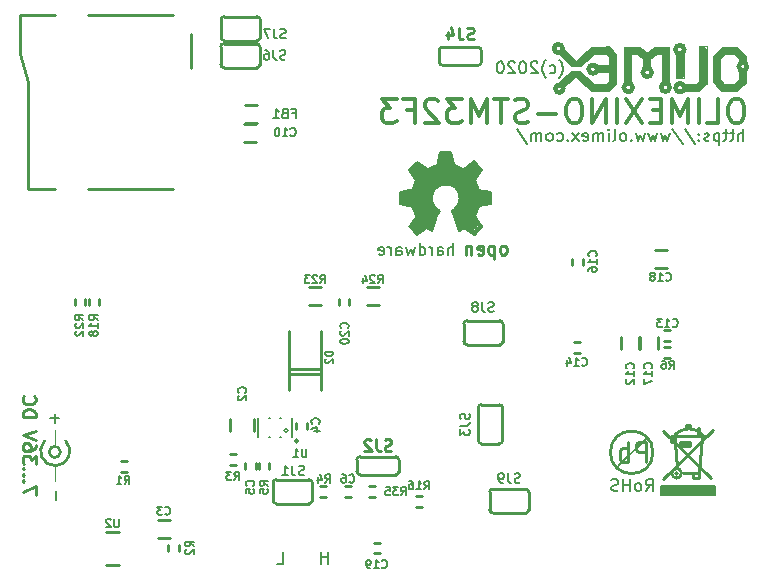
<source format=gbr>
G04 #@! TF.GenerationSoftware,KiCad,Pcbnew,5.1.5+dfsg1-2build2*
G04 #@! TF.CreationDate,2020-11-03T16:42:57+02:00*
G04 #@! TF.ProjectId,OLIMEXINO-STM32F3_RevC,4f4c494d-4558-4494-9e4f-2d53544d3332,rev?*
G04 #@! TF.SameCoordinates,Original*
G04 #@! TF.FileFunction,Legend,Bot*
G04 #@! TF.FilePolarity,Positive*
%FSLAX46Y46*%
G04 Gerber Fmt 4.6, Leading zero omitted, Abs format (unit mm)*
G04 Created by KiCad (PCBNEW 5.1.5+dfsg1-2build2) date 2020-11-03 16:42:57*
%MOMM*%
%LPD*%
G04 APERTURE LIST*
%ADD10C,0.150000*%
%ADD11C,0.275000*%
%ADD12C,0.120000*%
%ADD13C,0.250000*%
%ADD14C,0.350000*%
%ADD15C,0.254000*%
%ADD16C,0.200000*%
%ADD17C,0.127000*%
%ADD18C,1.000000*%
%ADD19C,0.370000*%
%ADD20C,0.380000*%
%ADD21C,0.400000*%
%ADD22C,0.420000*%
%ADD23C,0.100000*%
%ADD24C,0.700000*%
%ADD25C,0.500000*%
%ADD26C,0.203200*%
%ADD27C,0.180000*%
%ADD28C,0.158750*%
G04 APERTURE END LIST*
D10*
X87280714Y-97200980D02*
X87280714Y-96200980D01*
X87280714Y-96677171D02*
X86709285Y-96677171D01*
X86709285Y-97200980D02*
X86709285Y-96200980D01*
X82951676Y-97200980D02*
X83427866Y-97200980D01*
X83427866Y-96200980D01*
D11*
X62502380Y-91370476D02*
X62502380Y-90637142D01*
X61402380Y-91108571D01*
X61507142Y-90218095D02*
X61454761Y-90165714D01*
X61402380Y-90218095D01*
X61454761Y-90270476D01*
X61507142Y-90218095D01*
X61402380Y-90218095D01*
X61507142Y-89694285D02*
X61454761Y-89641904D01*
X61402380Y-89694285D01*
X61454761Y-89746666D01*
X61507142Y-89694285D01*
X61402380Y-89694285D01*
X61507142Y-89170476D02*
X61454761Y-89118095D01*
X61402380Y-89170476D01*
X61454761Y-89222857D01*
X61507142Y-89170476D01*
X61402380Y-89170476D01*
X62502380Y-88751428D02*
X62502380Y-88070476D01*
X62083333Y-88437142D01*
X62083333Y-88280000D01*
X62030952Y-88175238D01*
X61978571Y-88122857D01*
X61873809Y-88070476D01*
X61611904Y-88070476D01*
X61507142Y-88122857D01*
X61454761Y-88175238D01*
X61402380Y-88280000D01*
X61402380Y-88594285D01*
X61454761Y-88699047D01*
X61507142Y-88751428D01*
X62502380Y-87127619D02*
X62502380Y-87337142D01*
X62450000Y-87441904D01*
X62397619Y-87494285D01*
X62240476Y-87599047D01*
X62030952Y-87651428D01*
X61611904Y-87651428D01*
X61507142Y-87599047D01*
X61454761Y-87546666D01*
X61402380Y-87441904D01*
X61402380Y-87232380D01*
X61454761Y-87127619D01*
X61507142Y-87075238D01*
X61611904Y-87022857D01*
X61873809Y-87022857D01*
X61978571Y-87075238D01*
X62030952Y-87127619D01*
X62083333Y-87232380D01*
X62083333Y-87441904D01*
X62030952Y-87546666D01*
X61978571Y-87599047D01*
X61873809Y-87651428D01*
X62502380Y-86708571D02*
X61402380Y-86341904D01*
X62502380Y-85975238D01*
X61402380Y-84770476D02*
X62502380Y-84770476D01*
X62502380Y-84508571D01*
X62450000Y-84351428D01*
X62345238Y-84246666D01*
X62240476Y-84194285D01*
X62030952Y-84141904D01*
X61873809Y-84141904D01*
X61664285Y-84194285D01*
X61559523Y-84246666D01*
X61454761Y-84351428D01*
X61402380Y-84508571D01*
X61402380Y-84770476D01*
X61507142Y-83041904D02*
X61454761Y-83094285D01*
X61402380Y-83251428D01*
X61402380Y-83356190D01*
X61454761Y-83513333D01*
X61559523Y-83618095D01*
X61664285Y-83670476D01*
X61873809Y-83722857D01*
X62030952Y-83722857D01*
X62240476Y-83670476D01*
X62345238Y-83618095D01*
X62450000Y-83513333D01*
X62502380Y-83356190D01*
X62502380Y-83251428D01*
X62450000Y-83094285D01*
X62397619Y-83041904D01*
D10*
X64513118Y-84911428D02*
X63751213Y-84911428D01*
X64132166Y-85292380D02*
X64132166Y-84530476D01*
X64203594Y-91029047D02*
X64203594Y-91790952D01*
D12*
X64152166Y-88940000D02*
X64152166Y-90200000D01*
X64132166Y-87290000D02*
X64132166Y-85860000D01*
D13*
X64603865Y-87750000D02*
G75*
G03X64603865Y-87750000I-471699J0D01*
G01*
X65060209Y-86813123D02*
G75*
G02X63260000Y-86838543I-888043J-866877D01*
G01*
D10*
X122430000Y-61412380D02*
X122430000Y-60412380D01*
X122001428Y-61412380D02*
X122001428Y-60888571D01*
X122049047Y-60793333D01*
X122144285Y-60745714D01*
X122287142Y-60745714D01*
X122382380Y-60793333D01*
X122430000Y-60840952D01*
X121668095Y-60745714D02*
X121287142Y-60745714D01*
X121525238Y-60412380D02*
X121525238Y-61269523D01*
X121477619Y-61364761D01*
X121382380Y-61412380D01*
X121287142Y-61412380D01*
X121096666Y-60745714D02*
X120715714Y-60745714D01*
X120953809Y-60412380D02*
X120953809Y-61269523D01*
X120906190Y-61364761D01*
X120810952Y-61412380D01*
X120715714Y-61412380D01*
X120382380Y-60745714D02*
X120382380Y-61745714D01*
X120382380Y-60793333D02*
X120287142Y-60745714D01*
X120096666Y-60745714D01*
X120001428Y-60793333D01*
X119953809Y-60840952D01*
X119906190Y-60936190D01*
X119906190Y-61221904D01*
X119953809Y-61317142D01*
X120001428Y-61364761D01*
X120096666Y-61412380D01*
X120287142Y-61412380D01*
X120382380Y-61364761D01*
X119525238Y-61364761D02*
X119430000Y-61412380D01*
X119239523Y-61412380D01*
X119144285Y-61364761D01*
X119096666Y-61269523D01*
X119096666Y-61221904D01*
X119144285Y-61126666D01*
X119239523Y-61079047D01*
X119382380Y-61079047D01*
X119477619Y-61031428D01*
X119525238Y-60936190D01*
X119525238Y-60888571D01*
X119477619Y-60793333D01*
X119382380Y-60745714D01*
X119239523Y-60745714D01*
X119144285Y-60793333D01*
X118668095Y-61317142D02*
X118620476Y-61364761D01*
X118668095Y-61412380D01*
X118715714Y-61364761D01*
X118668095Y-61317142D01*
X118668095Y-61412380D01*
X118668095Y-60793333D02*
X118620476Y-60840952D01*
X118668095Y-60888571D01*
X118715714Y-60840952D01*
X118668095Y-60793333D01*
X118668095Y-60888571D01*
X117477619Y-60364761D02*
X118334761Y-61650476D01*
X116430000Y-60364761D02*
X117287142Y-61650476D01*
X116191904Y-60745714D02*
X116001428Y-61412380D01*
X115810952Y-60936190D01*
X115620476Y-61412380D01*
X115430000Y-60745714D01*
X115144285Y-60745714D02*
X114953809Y-61412380D01*
X114763333Y-60936190D01*
X114572857Y-61412380D01*
X114382380Y-60745714D01*
X114096666Y-60745714D02*
X113906190Y-61412380D01*
X113715714Y-60936190D01*
X113525238Y-61412380D01*
X113334761Y-60745714D01*
X112953809Y-61317142D02*
X112906190Y-61364761D01*
X112953809Y-61412380D01*
X113001428Y-61364761D01*
X112953809Y-61317142D01*
X112953809Y-61412380D01*
X112334761Y-61412380D02*
X112430000Y-61364761D01*
X112477619Y-61317142D01*
X112525238Y-61221904D01*
X112525238Y-60936190D01*
X112477619Y-60840952D01*
X112430000Y-60793333D01*
X112334761Y-60745714D01*
X112191904Y-60745714D01*
X112096666Y-60793333D01*
X112049047Y-60840952D01*
X112001428Y-60936190D01*
X112001428Y-61221904D01*
X112049047Y-61317142D01*
X112096666Y-61364761D01*
X112191904Y-61412380D01*
X112334761Y-61412380D01*
X111430000Y-61412380D02*
X111525238Y-61364761D01*
X111572857Y-61269523D01*
X111572857Y-60412380D01*
X111049047Y-61412380D02*
X111049047Y-60745714D01*
X111049047Y-60412380D02*
X111096666Y-60460000D01*
X111049047Y-60507619D01*
X111001428Y-60460000D01*
X111049047Y-60412380D01*
X111049047Y-60507619D01*
X110572857Y-61412380D02*
X110572857Y-60745714D01*
X110572857Y-60840952D02*
X110525238Y-60793333D01*
X110430000Y-60745714D01*
X110287142Y-60745714D01*
X110191904Y-60793333D01*
X110144285Y-60888571D01*
X110144285Y-61412380D01*
X110144285Y-60888571D02*
X110096666Y-60793333D01*
X110001428Y-60745714D01*
X109858571Y-60745714D01*
X109763333Y-60793333D01*
X109715714Y-60888571D01*
X109715714Y-61412380D01*
X108858571Y-61364761D02*
X108953809Y-61412380D01*
X109144285Y-61412380D01*
X109239523Y-61364761D01*
X109287142Y-61269523D01*
X109287142Y-60888571D01*
X109239523Y-60793333D01*
X109144285Y-60745714D01*
X108953809Y-60745714D01*
X108858571Y-60793333D01*
X108810952Y-60888571D01*
X108810952Y-60983809D01*
X109287142Y-61079047D01*
X108477619Y-61412380D02*
X107953809Y-60745714D01*
X108477619Y-60745714D02*
X107953809Y-61412380D01*
X107572857Y-61317142D02*
X107525238Y-61364761D01*
X107572857Y-61412380D01*
X107620476Y-61364761D01*
X107572857Y-61317142D01*
X107572857Y-61412380D01*
X106668095Y-61364761D02*
X106763333Y-61412380D01*
X106953809Y-61412380D01*
X107049047Y-61364761D01*
X107096666Y-61317142D01*
X107144285Y-61221904D01*
X107144285Y-60936190D01*
X107096666Y-60840952D01*
X107049047Y-60793333D01*
X106953809Y-60745714D01*
X106763333Y-60745714D01*
X106668095Y-60793333D01*
X106096666Y-61412380D02*
X106191904Y-61364761D01*
X106239523Y-61317142D01*
X106287142Y-61221904D01*
X106287142Y-60936190D01*
X106239523Y-60840952D01*
X106191904Y-60793333D01*
X106096666Y-60745714D01*
X105953809Y-60745714D01*
X105858571Y-60793333D01*
X105810952Y-60840952D01*
X105763333Y-60936190D01*
X105763333Y-61221904D01*
X105810952Y-61317142D01*
X105858571Y-61364761D01*
X105953809Y-61412380D01*
X106096666Y-61412380D01*
X105334761Y-61412380D02*
X105334761Y-60745714D01*
X105334761Y-60840952D02*
X105287142Y-60793333D01*
X105191904Y-60745714D01*
X105049047Y-60745714D01*
X104953809Y-60793333D01*
X104906190Y-60888571D01*
X104906190Y-61412380D01*
X104906190Y-60888571D02*
X104858571Y-60793333D01*
X104763333Y-60745714D01*
X104620476Y-60745714D01*
X104525238Y-60793333D01*
X104477619Y-60888571D01*
X104477619Y-61412380D01*
X103287142Y-60364761D02*
X104144285Y-61650476D01*
X114172857Y-91052380D02*
X114506190Y-90576190D01*
X114744285Y-91052380D02*
X114744285Y-90052380D01*
X114363333Y-90052380D01*
X114268095Y-90100000D01*
X114220476Y-90147619D01*
X114172857Y-90242857D01*
X114172857Y-90385714D01*
X114220476Y-90480952D01*
X114268095Y-90528571D01*
X114363333Y-90576190D01*
X114744285Y-90576190D01*
X113601428Y-91052380D02*
X113696666Y-91004761D01*
X113744285Y-90957142D01*
X113791904Y-90861904D01*
X113791904Y-90576190D01*
X113744285Y-90480952D01*
X113696666Y-90433333D01*
X113601428Y-90385714D01*
X113458571Y-90385714D01*
X113363333Y-90433333D01*
X113315714Y-90480952D01*
X113268095Y-90576190D01*
X113268095Y-90861904D01*
X113315714Y-90957142D01*
X113363333Y-91004761D01*
X113458571Y-91052380D01*
X113601428Y-91052380D01*
X112839523Y-91052380D02*
X112839523Y-90052380D01*
X112839523Y-90528571D02*
X112268095Y-90528571D01*
X112268095Y-91052380D02*
X112268095Y-90052380D01*
X111839523Y-91004761D02*
X111696666Y-91052380D01*
X111458571Y-91052380D01*
X111363333Y-91004761D01*
X111315714Y-90957142D01*
X111268095Y-90861904D01*
X111268095Y-90766666D01*
X111315714Y-90671428D01*
X111363333Y-90623809D01*
X111458571Y-90576190D01*
X111649047Y-90528571D01*
X111744285Y-90480952D01*
X111791904Y-90433333D01*
X111839523Y-90338095D01*
X111839523Y-90242857D01*
X111791904Y-90147619D01*
X111744285Y-90100000D01*
X111649047Y-90052380D01*
X111410952Y-90052380D01*
X111268095Y-90100000D01*
D14*
X122027142Y-57884761D02*
X121646190Y-57884761D01*
X121455714Y-57980000D01*
X121265238Y-58170476D01*
X121170000Y-58551428D01*
X121170000Y-59218095D01*
X121265238Y-59599047D01*
X121455714Y-59789523D01*
X121646190Y-59884761D01*
X122027142Y-59884761D01*
X122217619Y-59789523D01*
X122408095Y-59599047D01*
X122503333Y-59218095D01*
X122503333Y-58551428D01*
X122408095Y-58170476D01*
X122217619Y-57980000D01*
X122027142Y-57884761D01*
X119360476Y-59884761D02*
X120312857Y-59884761D01*
X120312857Y-57884761D01*
X118693809Y-59884761D02*
X118693809Y-57884761D01*
X117741428Y-59884761D02*
X117741428Y-57884761D01*
X117074761Y-59313333D01*
X116408095Y-57884761D01*
X116408095Y-59884761D01*
X115455714Y-58837142D02*
X114789047Y-58837142D01*
X114503333Y-59884761D02*
X115455714Y-59884761D01*
X115455714Y-57884761D01*
X114503333Y-57884761D01*
X113836666Y-57884761D02*
X112503333Y-59884761D01*
X112503333Y-57884761D02*
X113836666Y-59884761D01*
X111741428Y-59884761D02*
X111741428Y-57884761D01*
X110789047Y-59884761D02*
X110789047Y-57884761D01*
X109646190Y-59884761D01*
X109646190Y-57884761D01*
X108312857Y-57884761D02*
X107931904Y-57884761D01*
X107741428Y-57980000D01*
X107550952Y-58170476D01*
X107455714Y-58551428D01*
X107455714Y-59218095D01*
X107550952Y-59599047D01*
X107741428Y-59789523D01*
X107931904Y-59884761D01*
X108312857Y-59884761D01*
X108503333Y-59789523D01*
X108693809Y-59599047D01*
X108789047Y-59218095D01*
X108789047Y-58551428D01*
X108693809Y-58170476D01*
X108503333Y-57980000D01*
X108312857Y-57884761D01*
X106598571Y-59122857D02*
X105074761Y-59122857D01*
X104217619Y-59789523D02*
X103931904Y-59884761D01*
X103455714Y-59884761D01*
X103265238Y-59789523D01*
X103170000Y-59694285D01*
X103074761Y-59503809D01*
X103074761Y-59313333D01*
X103170000Y-59122857D01*
X103265238Y-59027619D01*
X103455714Y-58932380D01*
X103836666Y-58837142D01*
X104027142Y-58741904D01*
X104122380Y-58646666D01*
X104217619Y-58456190D01*
X104217619Y-58265714D01*
X104122380Y-58075238D01*
X104027142Y-57980000D01*
X103836666Y-57884761D01*
X103360476Y-57884761D01*
X103074761Y-57980000D01*
X102503333Y-57884761D02*
X101360476Y-57884761D01*
X101931904Y-59884761D02*
X101931904Y-57884761D01*
X100693809Y-59884761D02*
X100693809Y-57884761D01*
X100027142Y-59313333D01*
X99360476Y-57884761D01*
X99360476Y-59884761D01*
X98598571Y-57884761D02*
X97360476Y-57884761D01*
X98027142Y-58646666D01*
X97741428Y-58646666D01*
X97550952Y-58741904D01*
X97455714Y-58837142D01*
X97360476Y-59027619D01*
X97360476Y-59503809D01*
X97455714Y-59694285D01*
X97550952Y-59789523D01*
X97741428Y-59884761D01*
X98312857Y-59884761D01*
X98503333Y-59789523D01*
X98598571Y-59694285D01*
X96598571Y-58075238D02*
X96503333Y-57980000D01*
X96312857Y-57884761D01*
X95836666Y-57884761D01*
X95646190Y-57980000D01*
X95550952Y-58075238D01*
X95455714Y-58265714D01*
X95455714Y-58456190D01*
X95550952Y-58741904D01*
X96693809Y-59884761D01*
X95455714Y-59884761D01*
X93931904Y-58837142D02*
X94598571Y-58837142D01*
X94598571Y-59884761D02*
X94598571Y-57884761D01*
X93646190Y-57884761D01*
X93074761Y-57884761D02*
X91836666Y-57884761D01*
X92503333Y-58646666D01*
X92217619Y-58646666D01*
X92027142Y-58741904D01*
X91931904Y-58837142D01*
X91836666Y-59027619D01*
X91836666Y-59503809D01*
X91931904Y-59694285D01*
X92027142Y-59789523D01*
X92217619Y-59884761D01*
X92789047Y-59884761D01*
X92979523Y-59789523D01*
X93074761Y-59694285D01*
D10*
X106846190Y-56063333D02*
X106893809Y-56015714D01*
X106989047Y-55872857D01*
X107036666Y-55777619D01*
X107084285Y-55634761D01*
X107131904Y-55396666D01*
X107131904Y-55206190D01*
X107084285Y-54968095D01*
X107036666Y-54825238D01*
X106989047Y-54730000D01*
X106893809Y-54587142D01*
X106846190Y-54539523D01*
X106036666Y-55634761D02*
X106131904Y-55682380D01*
X106322380Y-55682380D01*
X106417619Y-55634761D01*
X106465238Y-55587142D01*
X106512857Y-55491904D01*
X106512857Y-55206190D01*
X106465238Y-55110952D01*
X106417619Y-55063333D01*
X106322380Y-55015714D01*
X106131904Y-55015714D01*
X106036666Y-55063333D01*
X105703333Y-56063333D02*
X105655714Y-56015714D01*
X105560476Y-55872857D01*
X105512857Y-55777619D01*
X105465238Y-55634761D01*
X105417619Y-55396666D01*
X105417619Y-55206190D01*
X105465238Y-54968095D01*
X105512857Y-54825238D01*
X105560476Y-54730000D01*
X105655714Y-54587142D01*
X105703333Y-54539523D01*
X104989047Y-54777619D02*
X104941428Y-54730000D01*
X104846190Y-54682380D01*
X104608095Y-54682380D01*
X104512857Y-54730000D01*
X104465238Y-54777619D01*
X104417619Y-54872857D01*
X104417619Y-54968095D01*
X104465238Y-55110952D01*
X105036666Y-55682380D01*
X104417619Y-55682380D01*
X103798571Y-54682380D02*
X103703333Y-54682380D01*
X103608095Y-54730000D01*
X103560476Y-54777619D01*
X103512857Y-54872857D01*
X103465238Y-55063333D01*
X103465238Y-55301428D01*
X103512857Y-55491904D01*
X103560476Y-55587142D01*
X103608095Y-55634761D01*
X103703333Y-55682380D01*
X103798571Y-55682380D01*
X103893809Y-55634761D01*
X103941428Y-55587142D01*
X103989047Y-55491904D01*
X104036666Y-55301428D01*
X104036666Y-55063333D01*
X103989047Y-54872857D01*
X103941428Y-54777619D01*
X103893809Y-54730000D01*
X103798571Y-54682380D01*
X103084285Y-54777619D02*
X103036666Y-54730000D01*
X102941428Y-54682380D01*
X102703333Y-54682380D01*
X102608095Y-54730000D01*
X102560476Y-54777619D01*
X102512857Y-54872857D01*
X102512857Y-54968095D01*
X102560476Y-55110952D01*
X103131904Y-55682380D01*
X102512857Y-55682380D01*
X101893809Y-54682380D02*
X101798571Y-54682380D01*
X101703333Y-54730000D01*
X101655714Y-54777619D01*
X101608095Y-54872857D01*
X101560476Y-55063333D01*
X101560476Y-55301428D01*
X101608095Y-55491904D01*
X101655714Y-55587142D01*
X101703333Y-55634761D01*
X101798571Y-55682380D01*
X101893809Y-55682380D01*
X101989047Y-55634761D01*
X102036666Y-55587142D01*
X102084285Y-55491904D01*
X102131904Y-55301428D01*
X102131904Y-55063333D01*
X102084285Y-54872857D01*
X102036666Y-54777619D01*
X101989047Y-54730000D01*
X101893809Y-54682380D01*
D15*
X85667000Y-90084000D02*
X82873000Y-90084000D01*
X85921000Y-90338000D02*
X85921000Y-91862000D01*
X82619000Y-90338000D02*
X82619000Y-91862000D01*
X82873000Y-92116000D02*
X85667000Y-92116000D01*
X85921000Y-91862000D02*
G75*
G02X85667000Y-92116000I-254000J0D01*
G01*
X82873000Y-92116000D02*
G75*
G02X82619000Y-91862000I0J254000D01*
G01*
X82619000Y-90338000D02*
G75*
G02X82873000Y-90084000I254000J0D01*
G01*
X85667000Y-90084000D02*
G75*
G02X85921000Y-90338000I0J-254000D01*
G01*
X74167020Y-65448220D02*
X66971200Y-65448220D01*
X75668160Y-55250120D02*
X75668160Y-52351980D01*
X74167020Y-50751780D02*
X66971200Y-50751780D01*
X61169840Y-50751780D02*
X61169840Y-54051240D01*
X61870880Y-56451540D02*
X61870880Y-65448220D01*
X64169580Y-50751780D02*
X61169840Y-50751780D01*
X64169580Y-65448220D02*
X61870880Y-65448220D01*
X61169840Y-54051240D02*
X61870880Y-56451540D01*
D16*
X111816020Y-88948280D02*
X114249340Y-86527660D01*
D15*
X114779037Y-87784960D02*
G75*
G03X114779037Y-87784960I-1802237J0D01*
G01*
D17*
X116915000Y-89565000D02*
G75*
G03X116915000Y-89565000I-127000J0D01*
G01*
D15*
X116661000Y-86263000D02*
G75*
G02X118947000Y-86263000I1143000J-1143000D01*
G01*
X117931000Y-85501000D02*
X117931000Y-85628000D01*
X117931000Y-85628000D02*
X117550000Y-85628000D01*
X117550000Y-85628000D02*
X117550000Y-85501000D01*
X117550000Y-85501000D02*
X117931000Y-85501000D01*
X117804000Y-87025000D02*
X117169000Y-87025000D01*
X117931000Y-86898000D02*
X117042000Y-86898000D01*
X117042000Y-86898000D02*
X117042000Y-87279000D01*
X117042000Y-87279000D02*
X117931000Y-87279000D01*
X117931000Y-87279000D02*
X117931000Y-86898000D01*
X116534000Y-86898000D02*
X116534000Y-86517000D01*
X116534000Y-86517000D02*
X116407000Y-86517000D01*
X116407000Y-86517000D02*
X116407000Y-86898000D01*
X116534000Y-86517000D02*
X116534000Y-86644000D01*
X116534000Y-86390000D02*
X116407000Y-86771000D01*
X116534000Y-86517000D02*
X116534000Y-86644000D01*
X116661000Y-86390000D02*
X116661000Y-86898000D01*
X116661000Y-86898000D02*
X116280000Y-86898000D01*
X116280000Y-86898000D02*
X116280000Y-86390000D01*
X118693000Y-86263000D02*
X118693000Y-85755000D01*
X118693000Y-85755000D02*
X118566000Y-85755000D01*
X118566000Y-85755000D02*
X118566000Y-86263000D01*
X117189609Y-89565000D02*
G75*
G03X117189609Y-89565000I-401609J0D01*
G01*
X116788000Y-89057000D02*
X116661000Y-87025000D01*
X118693000Y-89565000D02*
X118693000Y-89946000D01*
X118693000Y-89946000D02*
X118185000Y-89946000D01*
X118185000Y-89946000D02*
X118185000Y-89692000D01*
X119201000Y-86390000D02*
X116280000Y-86390000D01*
X118693000Y-89565000D02*
X118947000Y-86517000D01*
X118693000Y-89565000D02*
X117296000Y-89565000D01*
X119709000Y-89946000D02*
X115645000Y-86009000D01*
X119836000Y-85882000D02*
X115645000Y-90073000D01*
D10*
X119991200Y-91318400D02*
X115571600Y-91318400D01*
X115571600Y-91216800D02*
X119940400Y-91216800D01*
X119991200Y-91013600D02*
X115520800Y-91013600D01*
X119991200Y-90861200D02*
X115571600Y-90861200D01*
X115520800Y-91115200D02*
X119940400Y-91115200D01*
X115520800Y-90962800D02*
X119940400Y-90962800D01*
X119991200Y-90810400D02*
X115520800Y-90810400D01*
X115520800Y-90708800D02*
X119940400Y-90708800D01*
X115470000Y-91420000D02*
X120042000Y-91420000D01*
X120042000Y-91420000D02*
X120042000Y-90658000D01*
X120042000Y-90658000D02*
X115470000Y-90658000D01*
X115470000Y-90658000D02*
X115470000Y-91420000D01*
D18*
X96076680Y-67426800D02*
X95743940Y-68158320D01*
X96076680Y-67518240D02*
X94895580Y-68531700D01*
X95962380Y-67381080D02*
X95345160Y-67708740D01*
X95642340Y-66961980D02*
X95032740Y-67068660D01*
X94806680Y-65803740D02*
X95528040Y-65951060D01*
X95047980Y-65110320D02*
X95703300Y-65476080D01*
X95916660Y-64241640D02*
X96335760Y-64828380D01*
X96503400Y-63990180D02*
X96724380Y-64675980D01*
X97768320Y-63974940D02*
X97600680Y-64584540D01*
X98202660Y-64234020D02*
X98027400Y-64592160D01*
X99200880Y-65011260D02*
X98743680Y-65300820D01*
X99376140Y-65491320D02*
X98934180Y-65651340D01*
X99701260Y-66735920D02*
X98995140Y-66608920D01*
X99452340Y-67381080D02*
X98888460Y-66901020D01*
X98786860Y-68280240D02*
X98421100Y-67518240D01*
X93996420Y-66227920D02*
X95464540Y-66314280D01*
X94987020Y-64043520D02*
X96099540Y-65110320D01*
X97252700Y-62986880D02*
X97247620Y-64500720D01*
X99513300Y-63962240D02*
X98451580Y-65069680D01*
X100498820Y-66248240D02*
X99081500Y-66187280D01*
X99462500Y-68452960D02*
X98609060Y-67431880D01*
D10*
X98446500Y-67022940D02*
X98139160Y-67289640D01*
X98776700Y-64109560D02*
X97793720Y-63616800D01*
X96597380Y-67614760D02*
X96719300Y-67330280D01*
X96460220Y-67160100D02*
X96714220Y-67325200D01*
X97961360Y-67157560D02*
X97735300Y-67332820D01*
X98329660Y-67043260D02*
X98070580Y-67381080D01*
X98553180Y-66822280D02*
X98459200Y-66992460D01*
X98553180Y-66822280D02*
X98459200Y-66992460D01*
X98690340Y-65968840D02*
X98558260Y-66791800D01*
X98266160Y-65232240D02*
X98685260Y-65963760D01*
X97394940Y-64802980D02*
X98266160Y-65232240D01*
X96579600Y-64970620D02*
X97394940Y-64810600D01*
X96069060Y-65399880D02*
X96579600Y-64970620D01*
X95835380Y-66072980D02*
X96069060Y-65399880D01*
X95840460Y-66578440D02*
X95840460Y-66060280D01*
X96216380Y-67289640D02*
X95840460Y-66578440D01*
X96394180Y-67411560D02*
X96216380Y-67289640D01*
X99665700Y-63390740D02*
X98781780Y-64112100D01*
X99421860Y-64744560D02*
X100023840Y-63835240D01*
X99426940Y-64739480D02*
X99813020Y-65737700D01*
X100956020Y-66006940D02*
X99840960Y-65760560D01*
X100813780Y-65951060D02*
X100813780Y-66601300D01*
X96437360Y-67353140D02*
X95909040Y-68734900D01*
X96046200Y-69032080D02*
X96432280Y-68051640D01*
X95517880Y-68704420D02*
X96046200Y-69032080D01*
X94834620Y-69037160D02*
X95655040Y-68508840D01*
X95698220Y-68732360D02*
X94821920Y-69352120D01*
X94811760Y-69347040D02*
X94128500Y-68656160D01*
X94415520Y-68572340D02*
X94900660Y-69103200D01*
X94382500Y-66936580D02*
X94763500Y-67917020D01*
X94486640Y-66969600D02*
X93363960Y-66758780D01*
X93348720Y-65780880D02*
X93351260Y-66738460D01*
X93432540Y-66522560D02*
X94539980Y-66746080D01*
X94735560Y-64752180D02*
X94369800Y-65620860D01*
X94120880Y-63870800D02*
X94824460Y-64861400D01*
X94819380Y-63172300D02*
X94125960Y-63863180D01*
X95835380Y-63847940D02*
X94824460Y-63174840D01*
X96521180Y-63461860D02*
X95716000Y-63799680D01*
X96737080Y-62372200D02*
X96511020Y-63543140D01*
X97702280Y-62372200D02*
X96737080Y-62372200D01*
X97712440Y-62379820D02*
X97913100Y-63405980D01*
X98700500Y-63774280D02*
X97796260Y-63395820D01*
X99635220Y-63126580D02*
X98664940Y-63842860D01*
X100321020Y-63842860D02*
X99647920Y-63129120D01*
X100300700Y-63878420D02*
X99706340Y-64731860D01*
X100039080Y-65562440D02*
X99703800Y-64729320D01*
X101108420Y-65760560D02*
X99937480Y-65557360D01*
X101105880Y-65763100D02*
X101105880Y-66748620D01*
X101105880Y-66756240D02*
X100034000Y-66951820D01*
X100343880Y-68663780D02*
X99746980Y-67800180D01*
X99614900Y-69359740D02*
X100336260Y-68666320D01*
X98781780Y-68788240D02*
X99607280Y-69352120D01*
X98769080Y-68798400D02*
X98423640Y-69019380D01*
X98385540Y-69001600D02*
X97735300Y-67332820D01*
D19*
X94819380Y-69192100D02*
X94265660Y-68646000D01*
X94885420Y-67751920D02*
X94265660Y-68638380D01*
X98141700Y-65354160D02*
G75*
G02X98065500Y-67208360I-965200J-889000D01*
G01*
X96190980Y-65526880D02*
G75*
G02X98116300Y-65328760I1061720J-863600D01*
G01*
X96571980Y-67376000D02*
G75*
G02X96201140Y-65511640I746760J1117600D01*
G01*
X96008100Y-68818720D02*
X96582140Y-67378540D01*
X95670280Y-68633300D02*
X96008100Y-68818720D01*
X94834620Y-69199720D02*
X95670280Y-68633300D01*
X94479020Y-66840060D02*
X94885420Y-67751920D01*
X93465560Y-66669880D02*
X94479020Y-66840060D01*
X93465560Y-65834220D02*
X93465560Y-66669880D01*
X94547600Y-65605620D02*
X93465560Y-65834220D01*
X94887960Y-64668360D02*
X94547600Y-65605620D01*
X94270740Y-63878420D02*
X94887960Y-64668360D01*
X94824460Y-63329780D02*
X94270740Y-63875880D01*
X95728700Y-63962240D02*
X94824460Y-63327800D01*
X96643100Y-63517740D02*
X95741400Y-63967320D01*
X96856460Y-62499200D02*
X96643100Y-63517740D01*
X97623540Y-62478880D02*
X96838680Y-62478880D01*
X97615920Y-62491580D02*
X97821660Y-63505040D01*
X98720820Y-63931760D02*
X97875000Y-63525360D01*
X99609820Y-63289140D02*
X98781780Y-63941920D01*
D20*
X100158460Y-63847940D02*
X99658080Y-63314540D01*
D19*
X100148300Y-63870800D02*
X99592040Y-64721700D01*
X99919700Y-65638640D02*
X99571720Y-64772500D01*
X100968720Y-65854540D02*
X99950180Y-65674200D01*
D20*
X100956020Y-65867240D02*
X100961100Y-66654640D01*
D19*
X100966180Y-66644480D02*
X100016220Y-66862920D01*
X99988280Y-66885780D02*
X99630140Y-67769700D01*
X100163540Y-68646000D02*
X99630140Y-67812880D01*
D20*
X100178780Y-68646000D02*
X99614900Y-69184480D01*
D21*
X99602200Y-69184480D02*
X98822420Y-68653620D01*
D19*
X98812260Y-68635840D02*
X98494760Y-68841580D01*
D22*
X98466820Y-68821260D02*
X97915640Y-67398860D01*
D23*
X110983700Y-53431200D02*
X109612100Y-53431200D01*
X109612100Y-53431200D02*
X109561300Y-53431200D01*
X109561300Y-53431200D02*
X108304000Y-54675800D01*
X112507700Y-53545500D02*
X112406100Y-53545500D01*
X112355300Y-53482000D02*
X112355300Y-53469300D01*
X112355300Y-53469300D02*
X113650700Y-53469300D01*
X113650700Y-53469300D02*
X113676100Y-53469300D01*
X113676100Y-53469300D02*
X114298400Y-53964600D01*
X112355300Y-56491900D02*
X112355300Y-53482000D01*
X116012900Y-53532800D02*
X116089100Y-53532800D01*
X116165300Y-53469300D02*
X114920700Y-53469300D01*
X114920700Y-53469300D02*
X114336500Y-53951900D01*
X116165300Y-56466500D02*
X116165300Y-53482000D01*
X116901900Y-56060100D02*
X116813000Y-56060100D01*
X117244800Y-56060100D02*
X117308300Y-56060100D01*
X117384500Y-56123600D02*
X116774900Y-56123600D01*
X116774900Y-56123600D02*
X116749500Y-56123600D01*
X116749500Y-56123600D02*
X116749500Y-54104300D01*
X117384500Y-54104300D02*
X117384500Y-56123600D01*
X118883100Y-53494700D02*
X118768800Y-53494700D01*
X119010100Y-53418500D02*
X118705300Y-53418500D01*
X118705300Y-53418500D02*
X118705300Y-56453800D01*
X119187900Y-53507400D02*
X119251400Y-53494700D01*
X119302200Y-53418500D02*
X119314900Y-53418500D01*
X119314900Y-53418500D02*
X119327600Y-53418500D01*
X119327600Y-53418500D02*
X119327600Y-56568100D01*
X119022800Y-53418500D02*
X119302200Y-53418500D01*
D24*
X119022800Y-56491900D02*
X119022800Y-53761400D01*
X112685500Y-53774100D02*
X112685500Y-56377600D01*
X120800800Y-53761400D02*
X121804100Y-53761400D01*
X120178500Y-54371000D02*
X120178500Y-56301400D01*
X122401000Y-54409100D02*
X122401000Y-54650400D01*
X122401000Y-56377600D02*
X121816800Y-56949100D01*
X122388300Y-56390300D02*
X122388300Y-55628300D01*
X121829500Y-56949100D02*
X120788100Y-56949100D01*
D21*
X110060659Y-55336200D02*
G75*
G03X110060659Y-55336200I-359659J0D01*
G01*
D24*
X110209000Y-55336200D02*
X111428200Y-55336200D01*
D21*
X107126735Y-53596300D02*
G75*
G03X107126735Y-53596300I-359435J0D01*
G01*
D24*
X107135600Y-53951900D02*
X107999200Y-54845600D01*
D25*
X108558000Y-54942500D02*
X107999200Y-54942500D01*
D24*
X109675600Y-53761400D02*
X108583400Y-54828200D01*
X110897500Y-53761400D02*
X109675600Y-53761400D01*
X111428200Y-54244000D02*
X110945600Y-53736000D01*
X111428200Y-54269400D02*
X111428200Y-56504600D01*
X111428200Y-56504600D02*
X110996400Y-56936400D01*
X110996400Y-56936400D02*
X109675600Y-56936400D01*
X109675600Y-56936400D02*
X108532600Y-55818800D01*
D25*
X108532600Y-55717200D02*
X107999200Y-55717200D01*
D24*
X107186400Y-56631600D02*
X108024600Y-55818800D01*
D21*
X107185666Y-56987200D02*
G75*
G03X107185666Y-56987200I-329466J0D01*
G01*
X113048729Y-56898300D02*
G75*
G03X113048729Y-56898300I-363229J0D01*
G01*
D24*
X113587200Y-53786800D02*
X112698200Y-53786800D01*
D21*
X114669318Y-55615600D02*
G75*
G03X114669318Y-55615600I-370918J0D01*
G01*
D24*
X114222200Y-54294800D02*
X113587200Y-53786800D01*
X114298400Y-55082200D02*
X114298400Y-54371000D01*
X115009600Y-53786800D02*
X114400000Y-54294800D01*
X115847800Y-53786800D02*
X115009600Y-53786800D01*
X115847800Y-56377600D02*
X115847800Y-53786800D01*
D21*
X116194759Y-56885600D02*
G75*
G03X116194759Y-56885600I-359659J0D01*
G01*
X117427818Y-53685200D02*
G75*
G03X117427818Y-53685200I-373518J0D01*
G01*
D24*
X117067000Y-54218600D02*
X117067000Y-55818800D01*
D21*
X117433324Y-56911000D02*
G75*
G03X117433324Y-56911000I-366324J0D01*
G01*
D24*
X117579800Y-56936400D02*
X118565600Y-56936400D01*
X118565600Y-56936400D02*
X119022800Y-56479200D01*
X120191200Y-56339500D02*
X120750000Y-56923700D01*
X120800800Y-53774100D02*
X120165800Y-54383700D01*
X122401000Y-54358300D02*
X121893000Y-53850300D01*
D21*
X122725747Y-55133000D02*
G75*
G03X122725747Y-55133000I-337447J0D01*
G01*
D15*
X93014000Y-88148000D02*
G75*
G02X93268000Y-88402000I0J-254000D01*
G01*
X89712000Y-88402000D02*
G75*
G02X89966000Y-88148000I254000J0D01*
G01*
X89966000Y-89672000D02*
G75*
G02X89712000Y-89418000I0J254000D01*
G01*
X93268000Y-89418000D02*
G75*
G02X93014000Y-89672000I-254000J0D01*
G01*
X89966000Y-89672000D02*
X93014000Y-89672000D01*
X89712000Y-88402000D02*
X89712000Y-89418000D01*
X93268000Y-88402000D02*
X93268000Y-89418000D01*
X93014000Y-88148000D02*
X89966000Y-88148000D01*
X96936000Y-55012000D02*
G75*
G02X96682000Y-54758000I0J254000D01*
G01*
X100238000Y-54758000D02*
G75*
G02X99984000Y-55012000I-254000J0D01*
G01*
X99984000Y-53488000D02*
G75*
G02X100238000Y-53742000I0J-254000D01*
G01*
X96682000Y-53742000D02*
G75*
G02X96936000Y-53488000I254000J0D01*
G01*
X99984000Y-53488000D02*
X96936000Y-53488000D01*
X100238000Y-54758000D02*
X100238000Y-53742000D01*
X96682000Y-54758000D02*
X96682000Y-53742000D01*
X96936000Y-55012000D02*
X99984000Y-55012000D01*
X78463000Y-52916000D02*
X81257000Y-52916000D01*
X78209000Y-52662000D02*
X78209000Y-51138000D01*
X81511000Y-52662000D02*
X81511000Y-51138000D01*
X81257000Y-50884000D02*
X78463000Y-50884000D01*
X78209000Y-51138000D02*
G75*
G02X78463000Y-50884000I254000J0D01*
G01*
X81257000Y-50884000D02*
G75*
G02X81511000Y-51138000I0J-254000D01*
G01*
X81511000Y-52662000D02*
G75*
G02X81257000Y-52916000I-254000J0D01*
G01*
X78463000Y-52916000D02*
G75*
G02X78209000Y-52662000I0J254000D01*
G01*
X104007000Y-90884000D02*
X101213000Y-90884000D01*
X104261000Y-91138000D02*
X104261000Y-92662000D01*
X100959000Y-91138000D02*
X100959000Y-92662000D01*
X101213000Y-92916000D02*
X104007000Y-92916000D01*
X104261000Y-92662000D02*
G75*
G02X104007000Y-92916000I-254000J0D01*
G01*
X101213000Y-92916000D02*
G75*
G02X100959000Y-92662000I0J254000D01*
G01*
X100959000Y-91138000D02*
G75*
G02X101213000Y-90884000I254000J0D01*
G01*
X104007000Y-90884000D02*
G75*
G02X104261000Y-91138000I0J-254000D01*
G01*
X78433000Y-55206000D02*
X81227000Y-55206000D01*
X78179000Y-54952000D02*
X78179000Y-53428000D01*
X81481000Y-54952000D02*
X81481000Y-53428000D01*
X81227000Y-53174000D02*
X78433000Y-53174000D01*
X78179000Y-53428000D02*
G75*
G02X78433000Y-53174000I254000J0D01*
G01*
X81227000Y-53174000D02*
G75*
G02X81481000Y-53428000I0J-254000D01*
G01*
X81481000Y-54952000D02*
G75*
G02X81227000Y-55206000I-254000J0D01*
G01*
X78433000Y-55206000D02*
G75*
G02X78179000Y-54952000I0J254000D01*
G01*
X69568800Y-94523000D02*
X68438500Y-94523000D01*
X69568800Y-97329700D02*
X68438500Y-97329700D01*
D10*
X83872613Y-85948920D02*
G75*
G03X83872613Y-85948920I-158053J0D01*
G01*
D26*
X82269300Y-84892280D02*
X82363280Y-84892280D01*
X83216720Y-84892280D02*
X83310700Y-84892280D01*
X82269300Y-86510260D02*
X82363280Y-86510260D01*
X83216720Y-86510260D02*
X83310700Y-86510260D01*
X84212400Y-86510260D02*
X84212400Y-84889740D01*
X81367600Y-84889740D02*
X81367600Y-86510260D01*
D10*
X84761613Y-86837920D02*
G75*
G03X84761613Y-86837920I-158053J0D01*
G01*
D15*
X99013000Y-78666000D02*
G75*
G02X98759000Y-78412000I0J254000D01*
G01*
X102061000Y-78412000D02*
G75*
G02X101807000Y-78666000I-254000J0D01*
G01*
X101807000Y-76634000D02*
G75*
G02X102061000Y-76888000I0J-254000D01*
G01*
X98759000Y-76888000D02*
G75*
G02X99013000Y-76634000I254000J0D01*
G01*
X101807000Y-76634000D02*
X99013000Y-76634000D01*
X102061000Y-78412000D02*
X102061000Y-76888000D01*
X98759000Y-78412000D02*
X98759000Y-76888000D01*
X99013000Y-78666000D02*
X101807000Y-78666000D01*
X102036000Y-86787000D02*
G75*
G02X101782000Y-87041000I-254000J0D01*
G01*
X101782000Y-83739000D02*
G75*
G02X102036000Y-83993000I0J-254000D01*
G01*
X100004000Y-83993000D02*
G75*
G02X100258000Y-83739000I254000J0D01*
G01*
X100258000Y-87041000D02*
G75*
G02X100004000Y-86787000I0J254000D01*
G01*
X100004000Y-83993000D02*
X100004000Y-86787000D01*
X101782000Y-83739000D02*
X100258000Y-83739000D01*
X101782000Y-87041000D02*
X100258000Y-87041000D01*
X102036000Y-86787000D02*
X102036000Y-83993000D01*
X91000000Y-90645500D02*
X90746000Y-90645500D01*
X91000000Y-90645500D02*
X91254000Y-90645500D01*
X91000000Y-91534500D02*
X91254000Y-91534500D01*
X91000000Y-91534500D02*
X90746000Y-91534500D01*
X90592000Y-75312000D02*
X91608000Y-75312000D01*
X90592000Y-73788000D02*
X91608000Y-73788000D01*
X85672000Y-75302000D02*
X86688000Y-75302000D01*
X85672000Y-73778000D02*
X86688000Y-73778000D01*
X65815500Y-75030000D02*
X65815500Y-75284000D01*
X65815500Y-75030000D02*
X65815500Y-74776000D01*
X66704500Y-75030000D02*
X66704500Y-74776000D01*
X66704500Y-75030000D02*
X66704500Y-75284000D01*
X66995500Y-75040000D02*
X66995500Y-75294000D01*
X66995500Y-75040000D02*
X66995500Y-74786000D01*
X67884500Y-75040000D02*
X67884500Y-74786000D01*
X67884500Y-75040000D02*
X67884500Y-75294000D01*
X94990000Y-92394500D02*
X95244000Y-92394500D01*
X94990000Y-92394500D02*
X94736000Y-92394500D01*
X94990000Y-91505500D02*
X94736000Y-91505500D01*
X94990000Y-91505500D02*
X95244000Y-91505500D01*
X115990000Y-78865500D02*
X115736000Y-78865500D01*
X115990000Y-78865500D02*
X116244000Y-78865500D01*
X115990000Y-79754500D02*
X116244000Y-79754500D01*
X115990000Y-79754500D02*
X115736000Y-79754500D01*
X82304500Y-88920000D02*
X82304500Y-88666000D01*
X82304500Y-88920000D02*
X82304500Y-89174000D01*
X81415500Y-88920000D02*
X81415500Y-89174000D01*
X81415500Y-88920000D02*
X81415500Y-88666000D01*
X86840000Y-90655500D02*
X86586000Y-90655500D01*
X86840000Y-90655500D02*
X87094000Y-90655500D01*
X86840000Y-91544500D02*
X87094000Y-91544500D01*
X86840000Y-91544500D02*
X86586000Y-91544500D01*
X79200000Y-87965500D02*
X78946000Y-87965500D01*
X79200000Y-87965500D02*
X79454000Y-87965500D01*
X79200000Y-88854500D02*
X79454000Y-88854500D01*
X79200000Y-88854500D02*
X78946000Y-88854500D01*
X73735500Y-95850000D02*
X73735500Y-96104000D01*
X73735500Y-95850000D02*
X73735500Y-95596000D01*
X74624500Y-95850000D02*
X74624500Y-95596000D01*
X74624500Y-95850000D02*
X74624500Y-96104000D01*
X69970000Y-88545500D02*
X69716000Y-88545500D01*
X69970000Y-88545500D02*
X70224000Y-88545500D01*
X69970000Y-89434500D02*
X70224000Y-89434500D01*
X69970000Y-89434500D02*
X69716000Y-89434500D01*
X80272000Y-59902000D02*
X81288000Y-59902000D01*
X80272000Y-58378000D02*
X81288000Y-58378000D01*
X86700000Y-80690000D02*
X84000000Y-80690000D01*
X86700000Y-77500000D02*
X86700000Y-82500000D01*
X86700000Y-81130000D02*
X84000000Y-81130000D01*
X84000000Y-82500000D02*
X84000000Y-77500000D01*
X88195500Y-75050000D02*
X88195500Y-75304000D01*
X88195500Y-75050000D02*
X88195500Y-74796000D01*
X89084500Y-75050000D02*
X89084500Y-74796000D01*
X89084500Y-75050000D02*
X89084500Y-75304000D01*
X91380000Y-95435500D02*
X91126000Y-95435500D01*
X91380000Y-95435500D02*
X91634000Y-95435500D01*
X91380000Y-96324500D02*
X91634000Y-96324500D01*
X91380000Y-96324500D02*
X91126000Y-96324500D01*
X114982000Y-72172000D02*
X115998000Y-72172000D01*
X114982000Y-70648000D02*
X115998000Y-70648000D01*
X113648000Y-78012000D02*
X113648000Y-79028000D01*
X115172000Y-78012000D02*
X115172000Y-79028000D01*
X107955500Y-71630000D02*
X107955500Y-71884000D01*
X107955500Y-71630000D02*
X107955500Y-71376000D01*
X108844500Y-71630000D02*
X108844500Y-71376000D01*
X108844500Y-71630000D02*
X108844500Y-71884000D01*
X108340000Y-79354500D02*
X108594000Y-79354500D01*
X108340000Y-79354500D02*
X108086000Y-79354500D01*
X108340000Y-78465500D02*
X108086000Y-78465500D01*
X108340000Y-78465500D02*
X108594000Y-78465500D01*
X115960000Y-77465500D02*
X115706000Y-77465500D01*
X115960000Y-77465500D02*
X116214000Y-77465500D01*
X115960000Y-78354500D02*
X116214000Y-78354500D01*
X115960000Y-78354500D02*
X115706000Y-78354500D01*
X112098000Y-77992000D02*
X112098000Y-79008000D01*
X113622000Y-77992000D02*
X113622000Y-79008000D01*
X81188000Y-59948000D02*
X80172000Y-59948000D01*
X81188000Y-61472000D02*
X80172000Y-61472000D01*
X88940000Y-91534500D02*
X89194000Y-91534500D01*
X88940000Y-91534500D02*
X88686000Y-91534500D01*
X88940000Y-90645500D02*
X88686000Y-90645500D01*
X88940000Y-90645500D02*
X89194000Y-90645500D01*
X80255500Y-88920000D02*
X80255500Y-89174000D01*
X80255500Y-88920000D02*
X80255500Y-88666000D01*
X81144500Y-88920000D02*
X81144500Y-88666000D01*
X81144500Y-88920000D02*
X81144500Y-89174000D01*
X85474500Y-85540000D02*
X85474500Y-85286000D01*
X85474500Y-85540000D02*
X85474500Y-85794000D01*
X84585500Y-85540000D02*
X84585500Y-85794000D01*
X84585500Y-85540000D02*
X84585500Y-85286000D01*
X73888000Y-93478000D02*
X72872000Y-93478000D01*
X73888000Y-95002000D02*
X72872000Y-95002000D01*
X80996000Y-85948000D02*
X80996000Y-84932000D01*
X78964000Y-85948000D02*
X78964000Y-84932000D01*
D16*
X85234285Y-89673809D02*
X85120000Y-89711904D01*
X84929523Y-89711904D01*
X84853333Y-89673809D01*
X84815238Y-89635714D01*
X84777142Y-89559523D01*
X84777142Y-89483333D01*
X84815238Y-89407142D01*
X84853333Y-89369047D01*
X84929523Y-89330952D01*
X85081904Y-89292857D01*
X85158095Y-89254761D01*
X85196190Y-89216666D01*
X85234285Y-89140476D01*
X85234285Y-89064285D01*
X85196190Y-88988095D01*
X85158095Y-88950000D01*
X85081904Y-88911904D01*
X84891428Y-88911904D01*
X84777142Y-88950000D01*
X84205714Y-88911904D02*
X84205714Y-89483333D01*
X84243809Y-89597619D01*
X84320000Y-89673809D01*
X84434285Y-89711904D01*
X84510476Y-89711904D01*
X83405714Y-89711904D02*
X83862857Y-89711904D01*
X83634285Y-89711904D02*
X83634285Y-88911904D01*
X83710476Y-89026190D01*
X83786666Y-89102380D01*
X83862857Y-89140476D01*
D15*
X114165068Y-88574327D02*
X114165068Y-86874327D01*
X113593640Y-86874327D01*
X113450782Y-86955280D01*
X113379354Y-87036232D01*
X113307925Y-87198137D01*
X113307925Y-87440994D01*
X113379354Y-87602899D01*
X113450782Y-87683851D01*
X113593640Y-87764803D01*
X114165068Y-87764803D01*
X112665068Y-88574327D02*
X112665068Y-86874327D01*
X112665068Y-87521946D02*
X112522211Y-87440994D01*
X112236497Y-87440994D01*
X112093640Y-87521946D01*
X112022211Y-87602899D01*
X111950782Y-87764803D01*
X111950782Y-88250518D01*
X112022211Y-88412422D01*
X112093640Y-88493375D01*
X112236497Y-88574327D01*
X112522211Y-88574327D01*
X112665068Y-88493375D01*
D27*
X97870797Y-71079580D02*
X97870797Y-70079580D01*
X97442225Y-71079580D02*
X97442225Y-70555771D01*
X97489844Y-70460533D01*
X97585082Y-70412914D01*
X97727940Y-70412914D01*
X97823178Y-70460533D01*
X97870797Y-70508152D01*
X96537463Y-71079580D02*
X96537463Y-70555771D01*
X96585082Y-70460533D01*
X96680320Y-70412914D01*
X96870797Y-70412914D01*
X96966035Y-70460533D01*
X96537463Y-71031961D02*
X96632701Y-71079580D01*
X96870797Y-71079580D01*
X96966035Y-71031961D01*
X97013654Y-70936723D01*
X97013654Y-70841485D01*
X96966035Y-70746247D01*
X96870797Y-70698628D01*
X96632701Y-70698628D01*
X96537463Y-70651009D01*
X96061273Y-71079580D02*
X96061273Y-70412914D01*
X96061273Y-70603390D02*
X96013654Y-70508152D01*
X95966035Y-70460533D01*
X95870797Y-70412914D01*
X95775559Y-70412914D01*
X95013654Y-71079580D02*
X95013654Y-70079580D01*
X95013654Y-71031961D02*
X95108892Y-71079580D01*
X95299368Y-71079580D01*
X95394606Y-71031961D01*
X95442225Y-70984342D01*
X95489844Y-70889104D01*
X95489844Y-70603390D01*
X95442225Y-70508152D01*
X95394606Y-70460533D01*
X95299368Y-70412914D01*
X95108892Y-70412914D01*
X95013654Y-70460533D01*
X94632701Y-70412914D02*
X94442225Y-71079580D01*
X94251749Y-70603390D01*
X94061273Y-71079580D01*
X93870797Y-70412914D01*
X93061273Y-71079580D02*
X93061273Y-70555771D01*
X93108892Y-70460533D01*
X93204130Y-70412914D01*
X93394606Y-70412914D01*
X93489844Y-70460533D01*
X93061273Y-71031961D02*
X93156511Y-71079580D01*
X93394606Y-71079580D01*
X93489844Y-71031961D01*
X93537463Y-70936723D01*
X93537463Y-70841485D01*
X93489844Y-70746247D01*
X93394606Y-70698628D01*
X93156511Y-70698628D01*
X93061273Y-70651009D01*
X92585082Y-71079580D02*
X92585082Y-70412914D01*
X92585082Y-70603390D02*
X92537463Y-70508152D01*
X92489844Y-70460533D01*
X92394606Y-70412914D01*
X92299368Y-70412914D01*
X91585082Y-71031961D02*
X91680320Y-71079580D01*
X91870797Y-71079580D01*
X91966035Y-71031961D01*
X92013654Y-70936723D01*
X92013654Y-70555771D01*
X91966035Y-70460533D01*
X91870797Y-70412914D01*
X91680320Y-70412914D01*
X91585082Y-70460533D01*
X91537463Y-70555771D01*
X91537463Y-70651009D01*
X92013654Y-70746247D01*
D15*
X102186298Y-71033379D02*
X102291060Y-70980998D01*
X102343440Y-70928617D01*
X102395821Y-70823855D01*
X102395821Y-70509569D01*
X102343440Y-70404807D01*
X102291060Y-70352426D01*
X102186298Y-70300045D01*
X102029155Y-70300045D01*
X101924393Y-70352426D01*
X101872012Y-70404807D01*
X101819631Y-70509569D01*
X101819631Y-70823855D01*
X101872012Y-70928617D01*
X101924393Y-70980998D01*
X102029155Y-71033379D01*
X102186298Y-71033379D01*
X101348202Y-70300045D02*
X101348202Y-71400045D01*
X101348202Y-70352426D02*
X101243440Y-70300045D01*
X101033917Y-70300045D01*
X100929155Y-70352426D01*
X100876774Y-70404807D01*
X100824393Y-70509569D01*
X100824393Y-70823855D01*
X100876774Y-70928617D01*
X100929155Y-70980998D01*
X101033917Y-71033379D01*
X101243440Y-71033379D01*
X101348202Y-70980998D01*
X99933917Y-70980998D02*
X100038679Y-71033379D01*
X100248202Y-71033379D01*
X100352964Y-70980998D01*
X100405345Y-70876236D01*
X100405345Y-70457188D01*
X100352964Y-70352426D01*
X100248202Y-70300045D01*
X100038679Y-70300045D01*
X99933917Y-70352426D01*
X99881536Y-70457188D01*
X99881536Y-70561950D01*
X100405345Y-70666712D01*
X99410107Y-70300045D02*
X99410107Y-71033379D01*
X99410107Y-70404807D02*
X99357726Y-70352426D01*
X99252964Y-70300045D01*
X99095821Y-70300045D01*
X98991060Y-70352426D01*
X98938679Y-70457188D01*
X98938679Y-71033379D01*
D13*
X92622857Y-87634761D02*
X92480000Y-87682380D01*
X92241904Y-87682380D01*
X92146666Y-87634761D01*
X92099047Y-87587142D01*
X92051428Y-87491904D01*
X92051428Y-87396666D01*
X92099047Y-87301428D01*
X92146666Y-87253809D01*
X92241904Y-87206190D01*
X92432380Y-87158571D01*
X92527619Y-87110952D01*
X92575238Y-87063333D01*
X92622857Y-86968095D01*
X92622857Y-86872857D01*
X92575238Y-86777619D01*
X92527619Y-86730000D01*
X92432380Y-86682380D01*
X92194285Y-86682380D01*
X92051428Y-86730000D01*
X91337142Y-86682380D02*
X91337142Y-87396666D01*
X91384761Y-87539523D01*
X91480000Y-87634761D01*
X91622857Y-87682380D01*
X91718095Y-87682380D01*
X90908571Y-86777619D02*
X90860952Y-86730000D01*
X90765714Y-86682380D01*
X90527619Y-86682380D01*
X90432380Y-86730000D01*
X90384761Y-86777619D01*
X90337142Y-86872857D01*
X90337142Y-86968095D01*
X90384761Y-87110952D01*
X90956190Y-87682380D01*
X90337142Y-87682380D01*
X99602857Y-52775161D02*
X99460000Y-52822780D01*
X99221904Y-52822780D01*
X99126666Y-52775161D01*
X99079047Y-52727542D01*
X99031428Y-52632304D01*
X99031428Y-52537066D01*
X99079047Y-52441828D01*
X99126666Y-52394209D01*
X99221904Y-52346590D01*
X99412380Y-52298971D01*
X99507619Y-52251352D01*
X99555238Y-52203733D01*
X99602857Y-52108495D01*
X99602857Y-52013257D01*
X99555238Y-51918019D01*
X99507619Y-51870400D01*
X99412380Y-51822780D01*
X99174285Y-51822780D01*
X99031428Y-51870400D01*
X98317142Y-51822780D02*
X98317142Y-52537066D01*
X98364761Y-52679923D01*
X98460000Y-52775161D01*
X98602857Y-52822780D01*
X98698095Y-52822780D01*
X97412380Y-52156114D02*
X97412380Y-52822780D01*
X97650476Y-51775161D02*
X97888571Y-52489447D01*
X97269523Y-52489447D01*
D16*
X83684285Y-52693809D02*
X83570000Y-52731904D01*
X83379523Y-52731904D01*
X83303333Y-52693809D01*
X83265238Y-52655714D01*
X83227142Y-52579523D01*
X83227142Y-52503333D01*
X83265238Y-52427142D01*
X83303333Y-52389047D01*
X83379523Y-52350952D01*
X83531904Y-52312857D01*
X83608095Y-52274761D01*
X83646190Y-52236666D01*
X83684285Y-52160476D01*
X83684285Y-52084285D01*
X83646190Y-52008095D01*
X83608095Y-51970000D01*
X83531904Y-51931904D01*
X83341428Y-51931904D01*
X83227142Y-51970000D01*
X82655714Y-51931904D02*
X82655714Y-52503333D01*
X82693809Y-52617619D01*
X82770000Y-52693809D01*
X82884285Y-52731904D01*
X82960476Y-52731904D01*
X82350952Y-51931904D02*
X81817619Y-51931904D01*
X82160476Y-52731904D01*
X103514285Y-90323809D02*
X103400000Y-90361904D01*
X103209523Y-90361904D01*
X103133333Y-90323809D01*
X103095238Y-90285714D01*
X103057142Y-90209523D01*
X103057142Y-90133333D01*
X103095238Y-90057142D01*
X103133333Y-90019047D01*
X103209523Y-89980952D01*
X103361904Y-89942857D01*
X103438095Y-89904761D01*
X103476190Y-89866666D01*
X103514285Y-89790476D01*
X103514285Y-89714285D01*
X103476190Y-89638095D01*
X103438095Y-89600000D01*
X103361904Y-89561904D01*
X103171428Y-89561904D01*
X103057142Y-89600000D01*
X102485714Y-89561904D02*
X102485714Y-90133333D01*
X102523809Y-90247619D01*
X102600000Y-90323809D01*
X102714285Y-90361904D01*
X102790476Y-90361904D01*
X102066666Y-90361904D02*
X101914285Y-90361904D01*
X101838095Y-90323809D01*
X101800000Y-90285714D01*
X101723809Y-90171428D01*
X101685714Y-90019047D01*
X101685714Y-89714285D01*
X101723809Y-89638095D01*
X101761904Y-89600000D01*
X101838095Y-89561904D01*
X101990476Y-89561904D01*
X102066666Y-89600000D01*
X102104761Y-89638095D01*
X102142857Y-89714285D01*
X102142857Y-89904761D01*
X102104761Y-89980952D01*
X102066666Y-90019047D01*
X101990476Y-90057142D01*
X101838095Y-90057142D01*
X101761904Y-90019047D01*
X101723809Y-89980952D01*
X101685714Y-89904761D01*
X83664285Y-54513809D02*
X83550000Y-54551904D01*
X83359523Y-54551904D01*
X83283333Y-54513809D01*
X83245238Y-54475714D01*
X83207142Y-54399523D01*
X83207142Y-54323333D01*
X83245238Y-54247142D01*
X83283333Y-54209047D01*
X83359523Y-54170952D01*
X83511904Y-54132857D01*
X83588095Y-54094761D01*
X83626190Y-54056666D01*
X83664285Y-53980476D01*
X83664285Y-53904285D01*
X83626190Y-53828095D01*
X83588095Y-53790000D01*
X83511904Y-53751904D01*
X83321428Y-53751904D01*
X83207142Y-53790000D01*
X82635714Y-53751904D02*
X82635714Y-54323333D01*
X82673809Y-54437619D01*
X82750000Y-54513809D01*
X82864285Y-54551904D01*
X82940476Y-54551904D01*
X81911904Y-53751904D02*
X82064285Y-53751904D01*
X82140476Y-53790000D01*
X82178571Y-53828095D01*
X82254761Y-53942380D01*
X82292857Y-54094761D01*
X82292857Y-54399523D01*
X82254761Y-54475714D01*
X82216666Y-54513809D01*
X82140476Y-54551904D01*
X81988095Y-54551904D01*
X81911904Y-54513809D01*
X81873809Y-54475714D01*
X81835714Y-54399523D01*
X81835714Y-54209047D01*
X81873809Y-54132857D01*
X81911904Y-54094761D01*
X81988095Y-54056666D01*
X82140476Y-54056666D01*
X82216666Y-54094761D01*
X82254761Y-54132857D01*
X82292857Y-54209047D01*
D10*
X69553333Y-93416666D02*
X69553333Y-93983333D01*
X69520000Y-94050000D01*
X69486666Y-94083333D01*
X69420000Y-94116666D01*
X69286666Y-94116666D01*
X69220000Y-94083333D01*
X69186666Y-94050000D01*
X69153333Y-93983333D01*
X69153333Y-93416666D01*
X68853333Y-93483333D02*
X68820000Y-93450000D01*
X68753333Y-93416666D01*
X68586666Y-93416666D01*
X68520000Y-93450000D01*
X68486666Y-93483333D01*
X68453333Y-93550000D01*
X68453333Y-93616666D01*
X68486666Y-93716666D01*
X68886666Y-94116666D01*
X68453333Y-94116666D01*
X85443333Y-87476666D02*
X85443333Y-88043333D01*
X85410000Y-88110000D01*
X85376666Y-88143333D01*
X85310000Y-88176666D01*
X85176666Y-88176666D01*
X85110000Y-88143333D01*
X85076666Y-88110000D01*
X85043333Y-88043333D01*
X85043333Y-87476666D01*
X84343333Y-88176666D02*
X84743333Y-88176666D01*
X84543333Y-88176666D02*
X84543333Y-87476666D01*
X84610000Y-87576666D01*
X84676666Y-87643333D01*
X84743333Y-87676666D01*
D16*
X101298885Y-75840209D02*
X101184600Y-75878304D01*
X100994123Y-75878304D01*
X100917933Y-75840209D01*
X100879838Y-75802114D01*
X100841742Y-75725923D01*
X100841742Y-75649733D01*
X100879838Y-75573542D01*
X100917933Y-75535447D01*
X100994123Y-75497352D01*
X101146504Y-75459257D01*
X101222695Y-75421161D01*
X101260790Y-75383066D01*
X101298885Y-75306876D01*
X101298885Y-75230685D01*
X101260790Y-75154495D01*
X101222695Y-75116400D01*
X101146504Y-75078304D01*
X100956028Y-75078304D01*
X100841742Y-75116400D01*
X100270314Y-75078304D02*
X100270314Y-75649733D01*
X100308409Y-75764019D01*
X100384600Y-75840209D01*
X100498885Y-75878304D01*
X100575076Y-75878304D01*
X99775076Y-75421161D02*
X99851266Y-75383066D01*
X99889361Y-75344971D01*
X99927457Y-75268780D01*
X99927457Y-75230685D01*
X99889361Y-75154495D01*
X99851266Y-75116400D01*
X99775076Y-75078304D01*
X99622695Y-75078304D01*
X99546504Y-75116400D01*
X99508409Y-75154495D01*
X99470314Y-75230685D01*
X99470314Y-75268780D01*
X99508409Y-75344971D01*
X99546504Y-75383066D01*
X99622695Y-75421161D01*
X99775076Y-75421161D01*
X99851266Y-75459257D01*
X99889361Y-75497352D01*
X99927457Y-75573542D01*
X99927457Y-75725923D01*
X99889361Y-75802114D01*
X99851266Y-75840209D01*
X99775076Y-75878304D01*
X99622695Y-75878304D01*
X99546504Y-75840209D01*
X99508409Y-75802114D01*
X99470314Y-75725923D01*
X99470314Y-75573542D01*
X99508409Y-75497352D01*
X99546504Y-75459257D01*
X99622695Y-75421161D01*
X99210209Y-84501114D02*
X99248304Y-84615400D01*
X99248304Y-84805876D01*
X99210209Y-84882066D01*
X99172114Y-84920161D01*
X99095923Y-84958257D01*
X99019733Y-84958257D01*
X98943542Y-84920161D01*
X98905447Y-84882066D01*
X98867352Y-84805876D01*
X98829257Y-84653495D01*
X98791161Y-84577304D01*
X98753066Y-84539209D01*
X98676876Y-84501114D01*
X98600685Y-84501114D01*
X98524495Y-84539209D01*
X98486400Y-84577304D01*
X98448304Y-84653495D01*
X98448304Y-84843971D01*
X98486400Y-84958257D01*
X98448304Y-85529685D02*
X99019733Y-85529685D01*
X99134019Y-85491590D01*
X99210209Y-85415400D01*
X99248304Y-85301114D01*
X99248304Y-85224923D01*
X98448304Y-85834447D02*
X98448304Y-86329685D01*
X98753066Y-86063019D01*
X98753066Y-86177304D01*
X98791161Y-86253495D01*
X98829257Y-86291590D01*
X98905447Y-86329685D01*
X99095923Y-86329685D01*
X99172114Y-86291590D01*
X99210209Y-86253495D01*
X99248304Y-86177304D01*
X99248304Y-85948733D01*
X99210209Y-85872542D01*
X99172114Y-85834447D01*
D10*
X93440000Y-91416666D02*
X93673333Y-91083333D01*
X93840000Y-91416666D02*
X93840000Y-90716666D01*
X93573333Y-90716666D01*
X93506666Y-90750000D01*
X93473333Y-90783333D01*
X93440000Y-90850000D01*
X93440000Y-90950000D01*
X93473333Y-91016666D01*
X93506666Y-91050000D01*
X93573333Y-91083333D01*
X93840000Y-91083333D01*
X93206666Y-90716666D02*
X92773333Y-90716666D01*
X93006666Y-90983333D01*
X92906666Y-90983333D01*
X92840000Y-91016666D01*
X92806666Y-91050000D01*
X92773333Y-91116666D01*
X92773333Y-91283333D01*
X92806666Y-91350000D01*
X92840000Y-91383333D01*
X92906666Y-91416666D01*
X93106666Y-91416666D01*
X93173333Y-91383333D01*
X93206666Y-91350000D01*
X92140000Y-90716666D02*
X92473333Y-90716666D01*
X92506666Y-91050000D01*
X92473333Y-91016666D01*
X92406666Y-90983333D01*
X92240000Y-90983333D01*
X92173333Y-91016666D01*
X92140000Y-91050000D01*
X92106666Y-91116666D01*
X92106666Y-91283333D01*
X92140000Y-91350000D01*
X92173333Y-91383333D01*
X92240000Y-91416666D01*
X92406666Y-91416666D01*
X92473333Y-91383333D01*
X92506666Y-91350000D01*
X91490000Y-73476666D02*
X91723333Y-73143333D01*
X91890000Y-73476666D02*
X91890000Y-72776666D01*
X91623333Y-72776666D01*
X91556666Y-72810000D01*
X91523333Y-72843333D01*
X91490000Y-72910000D01*
X91490000Y-73010000D01*
X91523333Y-73076666D01*
X91556666Y-73110000D01*
X91623333Y-73143333D01*
X91890000Y-73143333D01*
X91223333Y-72843333D02*
X91190000Y-72810000D01*
X91123333Y-72776666D01*
X90956666Y-72776666D01*
X90890000Y-72810000D01*
X90856666Y-72843333D01*
X90823333Y-72910000D01*
X90823333Y-72976666D01*
X90856666Y-73076666D01*
X91256666Y-73476666D01*
X90823333Y-73476666D01*
X90223333Y-73010000D02*
X90223333Y-73476666D01*
X90390000Y-72743333D02*
X90556666Y-73243333D01*
X90123333Y-73243333D01*
X86610000Y-73456666D02*
X86843333Y-73123333D01*
X87010000Y-73456666D02*
X87010000Y-72756666D01*
X86743333Y-72756666D01*
X86676666Y-72790000D01*
X86643333Y-72823333D01*
X86610000Y-72890000D01*
X86610000Y-72990000D01*
X86643333Y-73056666D01*
X86676666Y-73090000D01*
X86743333Y-73123333D01*
X87010000Y-73123333D01*
X86343333Y-72823333D02*
X86310000Y-72790000D01*
X86243333Y-72756666D01*
X86076666Y-72756666D01*
X86010000Y-72790000D01*
X85976666Y-72823333D01*
X85943333Y-72890000D01*
X85943333Y-72956666D01*
X85976666Y-73056666D01*
X86376666Y-73456666D01*
X85943333Y-73456666D01*
X85710000Y-72756666D02*
X85276666Y-72756666D01*
X85510000Y-73023333D01*
X85410000Y-73023333D01*
X85343333Y-73056666D01*
X85310000Y-73090000D01*
X85276666Y-73156666D01*
X85276666Y-73323333D01*
X85310000Y-73390000D01*
X85343333Y-73423333D01*
X85410000Y-73456666D01*
X85610000Y-73456666D01*
X85676666Y-73423333D01*
X85710000Y-73390000D01*
X66556666Y-76590000D02*
X66223333Y-76356666D01*
X66556666Y-76190000D02*
X65856666Y-76190000D01*
X65856666Y-76456666D01*
X65890000Y-76523333D01*
X65923333Y-76556666D01*
X65990000Y-76590000D01*
X66090000Y-76590000D01*
X66156666Y-76556666D01*
X66190000Y-76523333D01*
X66223333Y-76456666D01*
X66223333Y-76190000D01*
X65923333Y-76856666D02*
X65890000Y-76890000D01*
X65856666Y-76956666D01*
X65856666Y-77123333D01*
X65890000Y-77190000D01*
X65923333Y-77223333D01*
X65990000Y-77256666D01*
X66056666Y-77256666D01*
X66156666Y-77223333D01*
X66556666Y-76823333D01*
X66556666Y-77256666D01*
X65923333Y-77523333D02*
X65890000Y-77556666D01*
X65856666Y-77623333D01*
X65856666Y-77790000D01*
X65890000Y-77856666D01*
X65923333Y-77890000D01*
X65990000Y-77923333D01*
X66056666Y-77923333D01*
X66156666Y-77890000D01*
X66556666Y-77490000D01*
X66556666Y-77923333D01*
X67756666Y-76590000D02*
X67423333Y-76356666D01*
X67756666Y-76190000D02*
X67056666Y-76190000D01*
X67056666Y-76456666D01*
X67090000Y-76523333D01*
X67123333Y-76556666D01*
X67190000Y-76590000D01*
X67290000Y-76590000D01*
X67356666Y-76556666D01*
X67390000Y-76523333D01*
X67423333Y-76456666D01*
X67423333Y-76190000D01*
X67756666Y-77256666D02*
X67756666Y-76856666D01*
X67756666Y-77056666D02*
X67056666Y-77056666D01*
X67156666Y-76990000D01*
X67223333Y-76923333D01*
X67256666Y-76856666D01*
X67356666Y-77656666D02*
X67323333Y-77590000D01*
X67290000Y-77556666D01*
X67223333Y-77523333D01*
X67190000Y-77523333D01*
X67123333Y-77556666D01*
X67090000Y-77590000D01*
X67056666Y-77656666D01*
X67056666Y-77790000D01*
X67090000Y-77856666D01*
X67123333Y-77890000D01*
X67190000Y-77923333D01*
X67223333Y-77923333D01*
X67290000Y-77890000D01*
X67323333Y-77856666D01*
X67356666Y-77790000D01*
X67356666Y-77656666D01*
X67390000Y-77590000D01*
X67423333Y-77556666D01*
X67490000Y-77523333D01*
X67623333Y-77523333D01*
X67690000Y-77556666D01*
X67723333Y-77590000D01*
X67756666Y-77656666D01*
X67756666Y-77790000D01*
X67723333Y-77856666D01*
X67690000Y-77890000D01*
X67623333Y-77923333D01*
X67490000Y-77923333D01*
X67423333Y-77890000D01*
X67390000Y-77856666D01*
X67356666Y-77790000D01*
X95420000Y-90926666D02*
X95653333Y-90593333D01*
X95820000Y-90926666D02*
X95820000Y-90226666D01*
X95553333Y-90226666D01*
X95486666Y-90260000D01*
X95453333Y-90293333D01*
X95420000Y-90360000D01*
X95420000Y-90460000D01*
X95453333Y-90526666D01*
X95486666Y-90560000D01*
X95553333Y-90593333D01*
X95820000Y-90593333D01*
X94753333Y-90926666D02*
X95153333Y-90926666D01*
X94953333Y-90926666D02*
X94953333Y-90226666D01*
X95020000Y-90326666D01*
X95086666Y-90393333D01*
X95153333Y-90426666D01*
X94153333Y-90226666D02*
X94286666Y-90226666D01*
X94353333Y-90260000D01*
X94386666Y-90293333D01*
X94453333Y-90393333D01*
X94486666Y-90526666D01*
X94486666Y-90793333D01*
X94453333Y-90860000D01*
X94420000Y-90893333D01*
X94353333Y-90926666D01*
X94220000Y-90926666D01*
X94153333Y-90893333D01*
X94120000Y-90860000D01*
X94086666Y-90793333D01*
X94086666Y-90626666D01*
X94120000Y-90560000D01*
X94153333Y-90526666D01*
X94220000Y-90493333D01*
X94353333Y-90493333D01*
X94420000Y-90526666D01*
X94453333Y-90560000D01*
X94486666Y-90626666D01*
X116146666Y-80716666D02*
X116380000Y-80383333D01*
X116546666Y-80716666D02*
X116546666Y-80016666D01*
X116280000Y-80016666D01*
X116213333Y-80050000D01*
X116180000Y-80083333D01*
X116146666Y-80150000D01*
X116146666Y-80250000D01*
X116180000Y-80316666D01*
X116213333Y-80350000D01*
X116280000Y-80383333D01*
X116546666Y-80383333D01*
X115546666Y-80016666D02*
X115680000Y-80016666D01*
X115746666Y-80050000D01*
X115780000Y-80083333D01*
X115846666Y-80183333D01*
X115880000Y-80316666D01*
X115880000Y-80583333D01*
X115846666Y-80650000D01*
X115813333Y-80683333D01*
X115746666Y-80716666D01*
X115613333Y-80716666D01*
X115546666Y-80683333D01*
X115513333Y-80650000D01*
X115480000Y-80583333D01*
X115480000Y-80416666D01*
X115513333Y-80350000D01*
X115546666Y-80316666D01*
X115613333Y-80283333D01*
X115746666Y-80283333D01*
X115813333Y-80316666D01*
X115846666Y-80350000D01*
X115880000Y-80416666D01*
X82176666Y-90623333D02*
X81843333Y-90390000D01*
X82176666Y-90223333D02*
X81476666Y-90223333D01*
X81476666Y-90490000D01*
X81510000Y-90556666D01*
X81543333Y-90590000D01*
X81610000Y-90623333D01*
X81710000Y-90623333D01*
X81776666Y-90590000D01*
X81810000Y-90556666D01*
X81843333Y-90490000D01*
X81843333Y-90223333D01*
X81476666Y-91256666D02*
X81476666Y-90923333D01*
X81810000Y-90890000D01*
X81776666Y-90923333D01*
X81743333Y-90990000D01*
X81743333Y-91156666D01*
X81776666Y-91223333D01*
X81810000Y-91256666D01*
X81876666Y-91290000D01*
X82043333Y-91290000D01*
X82110000Y-91256666D01*
X82143333Y-91223333D01*
X82176666Y-91156666D01*
X82176666Y-90990000D01*
X82143333Y-90923333D01*
X82110000Y-90890000D01*
X87006666Y-90346666D02*
X87240000Y-90013333D01*
X87406666Y-90346666D02*
X87406666Y-89646666D01*
X87140000Y-89646666D01*
X87073333Y-89680000D01*
X87040000Y-89713333D01*
X87006666Y-89780000D01*
X87006666Y-89880000D01*
X87040000Y-89946666D01*
X87073333Y-89980000D01*
X87140000Y-90013333D01*
X87406666Y-90013333D01*
X86406666Y-89880000D02*
X86406666Y-90346666D01*
X86573333Y-89613333D02*
X86740000Y-90113333D01*
X86306666Y-90113333D01*
X79316666Y-90123666D02*
X79550000Y-89790333D01*
X79716666Y-90123666D02*
X79716666Y-89423666D01*
X79450000Y-89423666D01*
X79383333Y-89457000D01*
X79350000Y-89490333D01*
X79316666Y-89557000D01*
X79316666Y-89657000D01*
X79350000Y-89723666D01*
X79383333Y-89757000D01*
X79450000Y-89790333D01*
X79716666Y-89790333D01*
X79083333Y-89423666D02*
X78650000Y-89423666D01*
X78883333Y-89690333D01*
X78783333Y-89690333D01*
X78716666Y-89723666D01*
X78683333Y-89757000D01*
X78650000Y-89823666D01*
X78650000Y-89990333D01*
X78683333Y-90057000D01*
X78716666Y-90090333D01*
X78783333Y-90123666D01*
X78983333Y-90123666D01*
X79050000Y-90090333D01*
X79083333Y-90057000D01*
X75893666Y-95733333D02*
X75560333Y-95500000D01*
X75893666Y-95333333D02*
X75193666Y-95333333D01*
X75193666Y-95600000D01*
X75227000Y-95666666D01*
X75260333Y-95700000D01*
X75327000Y-95733333D01*
X75427000Y-95733333D01*
X75493666Y-95700000D01*
X75527000Y-95666666D01*
X75560333Y-95600000D01*
X75560333Y-95333333D01*
X75260333Y-96000000D02*
X75227000Y-96033333D01*
X75193666Y-96100000D01*
X75193666Y-96266666D01*
X75227000Y-96333333D01*
X75260333Y-96366666D01*
X75327000Y-96400000D01*
X75393666Y-96400000D01*
X75493666Y-96366666D01*
X75893666Y-95966666D01*
X75893666Y-96400000D01*
X70046666Y-90486666D02*
X70280000Y-90153333D01*
X70446666Y-90486666D02*
X70446666Y-89786666D01*
X70180000Y-89786666D01*
X70113333Y-89820000D01*
X70080000Y-89853333D01*
X70046666Y-89920000D01*
X70046666Y-90020000D01*
X70080000Y-90086666D01*
X70113333Y-90120000D01*
X70180000Y-90153333D01*
X70446666Y-90153333D01*
X69380000Y-90486666D02*
X69780000Y-90486666D01*
X69580000Y-90486666D02*
X69580000Y-89786666D01*
X69646666Y-89886666D01*
X69713333Y-89953333D01*
X69780000Y-89986666D01*
X84256666Y-59092857D02*
X84523333Y-59092857D01*
X84523333Y-59511904D02*
X84523333Y-58711904D01*
X84142380Y-58711904D01*
X83570952Y-59092857D02*
X83456666Y-59130952D01*
X83418571Y-59169047D01*
X83380476Y-59245238D01*
X83380476Y-59359523D01*
X83418571Y-59435714D01*
X83456666Y-59473809D01*
X83532857Y-59511904D01*
X83837619Y-59511904D01*
X83837619Y-58711904D01*
X83570952Y-58711904D01*
X83494761Y-58750000D01*
X83456666Y-58788095D01*
X83418571Y-58864285D01*
X83418571Y-58940476D01*
X83456666Y-59016666D01*
X83494761Y-59054761D01*
X83570952Y-59092857D01*
X83837619Y-59092857D01*
X82618571Y-59511904D02*
X83075714Y-59511904D01*
X82847142Y-59511904D02*
X82847142Y-58711904D01*
X82923333Y-58826190D01*
X82999523Y-58902380D01*
X83075714Y-58940476D01*
D28*
X87669261Y-79277309D02*
X87034261Y-79277309D01*
X87034261Y-79428500D01*
X87064500Y-79519214D01*
X87124976Y-79579690D01*
X87185452Y-79609928D01*
X87306404Y-79640166D01*
X87397119Y-79640166D01*
X87518071Y-79609928D01*
X87578547Y-79579690D01*
X87639023Y-79519214D01*
X87669261Y-79428500D01*
X87669261Y-79277309D01*
X87094738Y-79882071D02*
X87064500Y-79912309D01*
X87034261Y-79972785D01*
X87034261Y-80123976D01*
X87064500Y-80184452D01*
X87094738Y-80214690D01*
X87155214Y-80244928D01*
X87215690Y-80244928D01*
X87306404Y-80214690D01*
X87669261Y-79851833D01*
X87669261Y-80244928D01*
D10*
X88940000Y-77250000D02*
X88973333Y-77216666D01*
X89006666Y-77116666D01*
X89006666Y-77050000D01*
X88973333Y-76950000D01*
X88906666Y-76883333D01*
X88840000Y-76850000D01*
X88706666Y-76816666D01*
X88606666Y-76816666D01*
X88473333Y-76850000D01*
X88406666Y-76883333D01*
X88340000Y-76950000D01*
X88306666Y-77050000D01*
X88306666Y-77116666D01*
X88340000Y-77216666D01*
X88373333Y-77250000D01*
X88373333Y-77516666D02*
X88340000Y-77550000D01*
X88306666Y-77616666D01*
X88306666Y-77783333D01*
X88340000Y-77850000D01*
X88373333Y-77883333D01*
X88440000Y-77916666D01*
X88506666Y-77916666D01*
X88606666Y-77883333D01*
X89006666Y-77483333D01*
X89006666Y-77916666D01*
X88306666Y-78350000D02*
X88306666Y-78416666D01*
X88340000Y-78483333D01*
X88373333Y-78516666D01*
X88440000Y-78550000D01*
X88573333Y-78583333D01*
X88740000Y-78583333D01*
X88873333Y-78550000D01*
X88940000Y-78516666D01*
X88973333Y-78483333D01*
X89006666Y-78416666D01*
X89006666Y-78350000D01*
X88973333Y-78283333D01*
X88940000Y-78250000D01*
X88873333Y-78216666D01*
X88740000Y-78183333D01*
X88573333Y-78183333D01*
X88440000Y-78216666D01*
X88373333Y-78250000D01*
X88340000Y-78283333D01*
X88306666Y-78350000D01*
X91830000Y-97527000D02*
X91863333Y-97560333D01*
X91963333Y-97593666D01*
X92030000Y-97593666D01*
X92130000Y-97560333D01*
X92196666Y-97493666D01*
X92230000Y-97427000D01*
X92263333Y-97293666D01*
X92263333Y-97193666D01*
X92230000Y-97060333D01*
X92196666Y-96993666D01*
X92130000Y-96927000D01*
X92030000Y-96893666D01*
X91963333Y-96893666D01*
X91863333Y-96927000D01*
X91830000Y-96960333D01*
X91163333Y-97593666D02*
X91563333Y-97593666D01*
X91363333Y-97593666D02*
X91363333Y-96893666D01*
X91430000Y-96993666D01*
X91496666Y-97060333D01*
X91563333Y-97093666D01*
X90830000Y-97593666D02*
X90696666Y-97593666D01*
X90630000Y-97560333D01*
X90596666Y-97527000D01*
X90530000Y-97427000D01*
X90496666Y-97293666D01*
X90496666Y-97027000D01*
X90530000Y-96960333D01*
X90563333Y-96927000D01*
X90630000Y-96893666D01*
X90763333Y-96893666D01*
X90830000Y-96927000D01*
X90863333Y-96960333D01*
X90896666Y-97027000D01*
X90896666Y-97193666D01*
X90863333Y-97260333D01*
X90830000Y-97293666D01*
X90763333Y-97327000D01*
X90630000Y-97327000D01*
X90563333Y-97293666D01*
X90530000Y-97260333D01*
X90496666Y-97193666D01*
X115870000Y-73200000D02*
X115903333Y-73233333D01*
X116003333Y-73266666D01*
X116070000Y-73266666D01*
X116170000Y-73233333D01*
X116236666Y-73166666D01*
X116270000Y-73100000D01*
X116303333Y-72966666D01*
X116303333Y-72866666D01*
X116270000Y-72733333D01*
X116236666Y-72666666D01*
X116170000Y-72600000D01*
X116070000Y-72566666D01*
X116003333Y-72566666D01*
X115903333Y-72600000D01*
X115870000Y-72633333D01*
X115203333Y-73266666D02*
X115603333Y-73266666D01*
X115403333Y-73266666D02*
X115403333Y-72566666D01*
X115470000Y-72666666D01*
X115536666Y-72733333D01*
X115603333Y-72766666D01*
X114803333Y-72866666D02*
X114870000Y-72833333D01*
X114903333Y-72800000D01*
X114936666Y-72733333D01*
X114936666Y-72700000D01*
X114903333Y-72633333D01*
X114870000Y-72600000D01*
X114803333Y-72566666D01*
X114670000Y-72566666D01*
X114603333Y-72600000D01*
X114570000Y-72633333D01*
X114536666Y-72700000D01*
X114536666Y-72733333D01*
X114570000Y-72800000D01*
X114603333Y-72833333D01*
X114670000Y-72866666D01*
X114803333Y-72866666D01*
X114870000Y-72900000D01*
X114903333Y-72933333D01*
X114936666Y-73000000D01*
X114936666Y-73133333D01*
X114903333Y-73200000D01*
X114870000Y-73233333D01*
X114803333Y-73266666D01*
X114670000Y-73266666D01*
X114603333Y-73233333D01*
X114570000Y-73200000D01*
X114536666Y-73133333D01*
X114536666Y-73000000D01*
X114570000Y-72933333D01*
X114603333Y-72900000D01*
X114670000Y-72866666D01*
X114650000Y-80650000D02*
X114683333Y-80616666D01*
X114716666Y-80516666D01*
X114716666Y-80450000D01*
X114683333Y-80350000D01*
X114616666Y-80283333D01*
X114550000Y-80250000D01*
X114416666Y-80216666D01*
X114316666Y-80216666D01*
X114183333Y-80250000D01*
X114116666Y-80283333D01*
X114050000Y-80350000D01*
X114016666Y-80450000D01*
X114016666Y-80516666D01*
X114050000Y-80616666D01*
X114083333Y-80650000D01*
X114716666Y-81316666D02*
X114716666Y-80916666D01*
X114716666Y-81116666D02*
X114016666Y-81116666D01*
X114116666Y-81050000D01*
X114183333Y-80983333D01*
X114216666Y-80916666D01*
X114016666Y-81550000D02*
X114016666Y-82016666D01*
X114716666Y-81716666D01*
X109950000Y-71170000D02*
X109983333Y-71136666D01*
X110016666Y-71036666D01*
X110016666Y-70970000D01*
X109983333Y-70870000D01*
X109916666Y-70803333D01*
X109850000Y-70770000D01*
X109716666Y-70736666D01*
X109616666Y-70736666D01*
X109483333Y-70770000D01*
X109416666Y-70803333D01*
X109350000Y-70870000D01*
X109316666Y-70970000D01*
X109316666Y-71036666D01*
X109350000Y-71136666D01*
X109383333Y-71170000D01*
X110016666Y-71836666D02*
X110016666Y-71436666D01*
X110016666Y-71636666D02*
X109316666Y-71636666D01*
X109416666Y-71570000D01*
X109483333Y-71503333D01*
X109516666Y-71436666D01*
X109316666Y-72436666D02*
X109316666Y-72303333D01*
X109350000Y-72236666D01*
X109383333Y-72203333D01*
X109483333Y-72136666D01*
X109616666Y-72103333D01*
X109883333Y-72103333D01*
X109950000Y-72136666D01*
X109983333Y-72170000D01*
X110016666Y-72236666D01*
X110016666Y-72370000D01*
X109983333Y-72436666D01*
X109950000Y-72470000D01*
X109883333Y-72503333D01*
X109716666Y-72503333D01*
X109650000Y-72470000D01*
X109616666Y-72436666D01*
X109583333Y-72370000D01*
X109583333Y-72236666D01*
X109616666Y-72170000D01*
X109650000Y-72136666D01*
X109716666Y-72103333D01*
X108760000Y-80390000D02*
X108793333Y-80423333D01*
X108893333Y-80456666D01*
X108960000Y-80456666D01*
X109060000Y-80423333D01*
X109126666Y-80356666D01*
X109160000Y-80290000D01*
X109193333Y-80156666D01*
X109193333Y-80056666D01*
X109160000Y-79923333D01*
X109126666Y-79856666D01*
X109060000Y-79790000D01*
X108960000Y-79756666D01*
X108893333Y-79756666D01*
X108793333Y-79790000D01*
X108760000Y-79823333D01*
X108093333Y-80456666D02*
X108493333Y-80456666D01*
X108293333Y-80456666D02*
X108293333Y-79756666D01*
X108360000Y-79856666D01*
X108426666Y-79923333D01*
X108493333Y-79956666D01*
X107493333Y-79990000D02*
X107493333Y-80456666D01*
X107660000Y-79723333D02*
X107826666Y-80223333D01*
X107393333Y-80223333D01*
X116440000Y-77100000D02*
X116473333Y-77133333D01*
X116573333Y-77166666D01*
X116640000Y-77166666D01*
X116740000Y-77133333D01*
X116806666Y-77066666D01*
X116840000Y-77000000D01*
X116873333Y-76866666D01*
X116873333Y-76766666D01*
X116840000Y-76633333D01*
X116806666Y-76566666D01*
X116740000Y-76500000D01*
X116640000Y-76466666D01*
X116573333Y-76466666D01*
X116473333Y-76500000D01*
X116440000Y-76533333D01*
X115773333Y-77166666D02*
X116173333Y-77166666D01*
X115973333Y-77166666D02*
X115973333Y-76466666D01*
X116040000Y-76566666D01*
X116106666Y-76633333D01*
X116173333Y-76666666D01*
X115540000Y-76466666D02*
X115106666Y-76466666D01*
X115340000Y-76733333D01*
X115240000Y-76733333D01*
X115173333Y-76766666D01*
X115140000Y-76800000D01*
X115106666Y-76866666D01*
X115106666Y-77033333D01*
X115140000Y-77100000D01*
X115173333Y-77133333D01*
X115240000Y-77166666D01*
X115440000Y-77166666D01*
X115506666Y-77133333D01*
X115540000Y-77100000D01*
X113120000Y-80670000D02*
X113153333Y-80636666D01*
X113186666Y-80536666D01*
X113186666Y-80470000D01*
X113153333Y-80370000D01*
X113086666Y-80303333D01*
X113020000Y-80270000D01*
X112886666Y-80236666D01*
X112786666Y-80236666D01*
X112653333Y-80270000D01*
X112586666Y-80303333D01*
X112520000Y-80370000D01*
X112486666Y-80470000D01*
X112486666Y-80536666D01*
X112520000Y-80636666D01*
X112553333Y-80670000D01*
X113186666Y-81336666D02*
X113186666Y-80936666D01*
X113186666Y-81136666D02*
X112486666Y-81136666D01*
X112586666Y-81070000D01*
X112653333Y-81003333D01*
X112686666Y-80936666D01*
X112553333Y-81603333D02*
X112520000Y-81636666D01*
X112486666Y-81703333D01*
X112486666Y-81870000D01*
X112520000Y-81936666D01*
X112553333Y-81970000D01*
X112620000Y-82003333D01*
X112686666Y-82003333D01*
X112786666Y-81970000D01*
X113186666Y-81570000D01*
X113186666Y-82003333D01*
X84090000Y-60940000D02*
X84123333Y-60973333D01*
X84223333Y-61006666D01*
X84290000Y-61006666D01*
X84390000Y-60973333D01*
X84456666Y-60906666D01*
X84490000Y-60840000D01*
X84523333Y-60706666D01*
X84523333Y-60606666D01*
X84490000Y-60473333D01*
X84456666Y-60406666D01*
X84390000Y-60340000D01*
X84290000Y-60306666D01*
X84223333Y-60306666D01*
X84123333Y-60340000D01*
X84090000Y-60373333D01*
X83423333Y-61006666D02*
X83823333Y-61006666D01*
X83623333Y-61006666D02*
X83623333Y-60306666D01*
X83690000Y-60406666D01*
X83756666Y-60473333D01*
X83823333Y-60506666D01*
X82990000Y-60306666D02*
X82923333Y-60306666D01*
X82856666Y-60340000D01*
X82823333Y-60373333D01*
X82790000Y-60440000D01*
X82756666Y-60573333D01*
X82756666Y-60740000D01*
X82790000Y-60873333D01*
X82823333Y-60940000D01*
X82856666Y-60973333D01*
X82923333Y-61006666D01*
X82990000Y-61006666D01*
X83056666Y-60973333D01*
X83090000Y-60940000D01*
X83123333Y-60873333D01*
X83156666Y-60740000D01*
X83156666Y-60573333D01*
X83123333Y-60440000D01*
X83090000Y-60373333D01*
X83056666Y-60340000D01*
X82990000Y-60306666D01*
X89056666Y-90280000D02*
X89090000Y-90313333D01*
X89190000Y-90346666D01*
X89256666Y-90346666D01*
X89356666Y-90313333D01*
X89423333Y-90246666D01*
X89456666Y-90180000D01*
X89490000Y-90046666D01*
X89490000Y-89946666D01*
X89456666Y-89813333D01*
X89423333Y-89746666D01*
X89356666Y-89680000D01*
X89256666Y-89646666D01*
X89190000Y-89646666D01*
X89090000Y-89680000D01*
X89056666Y-89713333D01*
X88456666Y-89646666D02*
X88590000Y-89646666D01*
X88656666Y-89680000D01*
X88690000Y-89713333D01*
X88756666Y-89813333D01*
X88790000Y-89946666D01*
X88790000Y-90213333D01*
X88756666Y-90280000D01*
X88723333Y-90313333D01*
X88656666Y-90346666D01*
X88523333Y-90346666D01*
X88456666Y-90313333D01*
X88423333Y-90280000D01*
X88390000Y-90213333D01*
X88390000Y-90046666D01*
X88423333Y-89980000D01*
X88456666Y-89946666D01*
X88523333Y-89913333D01*
X88656666Y-89913333D01*
X88723333Y-89946666D01*
X88756666Y-89980000D01*
X88790000Y-90046666D01*
X80940000Y-90613333D02*
X80973333Y-90580000D01*
X81006666Y-90480000D01*
X81006666Y-90413333D01*
X80973333Y-90313333D01*
X80906666Y-90246666D01*
X80840000Y-90213333D01*
X80706666Y-90180000D01*
X80606666Y-90180000D01*
X80473333Y-90213333D01*
X80406666Y-90246666D01*
X80340000Y-90313333D01*
X80306666Y-90413333D01*
X80306666Y-90480000D01*
X80340000Y-90580000D01*
X80373333Y-90613333D01*
X80306666Y-91246666D02*
X80306666Y-90913333D01*
X80640000Y-90880000D01*
X80606666Y-90913333D01*
X80573333Y-90980000D01*
X80573333Y-91146666D01*
X80606666Y-91213333D01*
X80640000Y-91246666D01*
X80706666Y-91280000D01*
X80873333Y-91280000D01*
X80940000Y-91246666D01*
X80973333Y-91213333D01*
X81006666Y-91146666D01*
X81006666Y-90980000D01*
X80973333Y-90913333D01*
X80940000Y-90880000D01*
X86500000Y-85343333D02*
X86533333Y-85310000D01*
X86566666Y-85210000D01*
X86566666Y-85143333D01*
X86533333Y-85043333D01*
X86466666Y-84976666D01*
X86400000Y-84943333D01*
X86266666Y-84910000D01*
X86166666Y-84910000D01*
X86033333Y-84943333D01*
X85966666Y-84976666D01*
X85900000Y-85043333D01*
X85866666Y-85143333D01*
X85866666Y-85210000D01*
X85900000Y-85310000D01*
X85933333Y-85343333D01*
X86100000Y-85943333D02*
X86566666Y-85943333D01*
X85833333Y-85776666D02*
X86333333Y-85610000D01*
X86333333Y-86043333D01*
X73476666Y-93010000D02*
X73510000Y-93043333D01*
X73610000Y-93076666D01*
X73676666Y-93076666D01*
X73776666Y-93043333D01*
X73843333Y-92976666D01*
X73876666Y-92910000D01*
X73910000Y-92776666D01*
X73910000Y-92676666D01*
X73876666Y-92543333D01*
X73843333Y-92476666D01*
X73776666Y-92410000D01*
X73676666Y-92376666D01*
X73610000Y-92376666D01*
X73510000Y-92410000D01*
X73476666Y-92443333D01*
X73243333Y-92376666D02*
X72810000Y-92376666D01*
X73043333Y-92643333D01*
X72943333Y-92643333D01*
X72876666Y-92676666D01*
X72843333Y-92710000D01*
X72810000Y-92776666D01*
X72810000Y-92943333D01*
X72843333Y-93010000D01*
X72876666Y-93043333D01*
X72943333Y-93076666D01*
X73143333Y-93076666D01*
X73210000Y-93043333D01*
X73243333Y-93010000D01*
X80270000Y-82723333D02*
X80303333Y-82690000D01*
X80336666Y-82590000D01*
X80336666Y-82523333D01*
X80303333Y-82423333D01*
X80236666Y-82356666D01*
X80170000Y-82323333D01*
X80036666Y-82290000D01*
X79936666Y-82290000D01*
X79803333Y-82323333D01*
X79736666Y-82356666D01*
X79670000Y-82423333D01*
X79636666Y-82523333D01*
X79636666Y-82590000D01*
X79670000Y-82690000D01*
X79703333Y-82723333D01*
X79703333Y-82990000D02*
X79670000Y-83023333D01*
X79636666Y-83090000D01*
X79636666Y-83256666D01*
X79670000Y-83323333D01*
X79703333Y-83356666D01*
X79770000Y-83390000D01*
X79836666Y-83390000D01*
X79936666Y-83356666D01*
X80336666Y-82956666D01*
X80336666Y-83390000D01*
M02*

</source>
